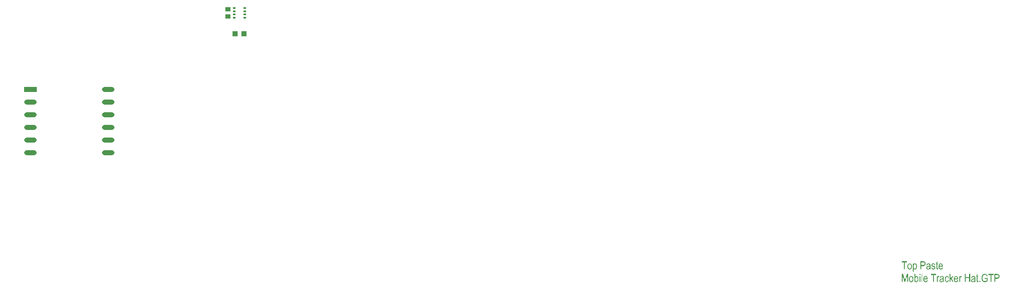
<source format=gtp>
G04*
G04 #@! TF.GenerationSoftware,Altium Limited,Altium Designer,21.5.0 (25)*
G04*
G04 Layer_Color=8421504*
%FSLAX25Y25*%
%MOIN*%
G70*
G04*
G04 #@! TF.SameCoordinates,B52814C9-DCD9-4C92-8852-15DF41944D51*
G04*
G04*
G04 #@! TF.FilePolarity,Positive*
G04*
G01*
G75*
%ADD17R,0.04134X0.03740*%
%ADD18R,0.03937X0.03937*%
%ADD19R,0.01968X0.01378*%
%ADD20O,0.09843X0.03937*%
%ADD21R,0.09843X0.03937*%
G36*
X810149Y-2239D02*
X810186Y-2244D01*
X810233Y-2248D01*
X810283Y-2258D01*
X810339Y-2267D01*
X810464Y-2299D01*
X810528Y-2318D01*
X810598Y-2346D01*
X810667Y-2378D01*
X810736Y-2410D01*
X810801Y-2452D01*
X810870Y-2498D01*
X810875Y-2503D01*
X810884Y-2512D01*
X810907Y-2526D01*
X810930Y-2549D01*
X810962Y-2577D01*
X810995Y-2609D01*
X811036Y-2651D01*
X811078Y-2697D01*
X811124Y-2747D01*
X811170Y-2808D01*
X811217Y-2872D01*
X811267Y-2946D01*
X811314Y-3025D01*
X811360Y-3108D01*
X811406Y-3200D01*
X811448Y-3297D01*
X811452Y-3302D01*
X811457Y-3320D01*
X811466Y-3353D01*
X811480Y-3394D01*
X811498Y-3445D01*
X811517Y-3505D01*
X811535Y-3579D01*
X811558Y-3658D01*
X811577Y-3750D01*
X811595Y-3847D01*
X811614Y-3953D01*
X811632Y-4069D01*
X811646Y-4189D01*
X811656Y-4314D01*
X811665Y-4448D01*
Y-4586D01*
Y-4591D01*
Y-4600D01*
Y-4614D01*
Y-4637D01*
Y-4665D01*
X811660Y-4697D01*
Y-4734D01*
X811656Y-4780D01*
X811651Y-4877D01*
X811637Y-4988D01*
X811623Y-5113D01*
X811605Y-5247D01*
X811577Y-5390D01*
X811545Y-5538D01*
X811508Y-5686D01*
X811457Y-5838D01*
X811401Y-5986D01*
X811337Y-6125D01*
X811263Y-6259D01*
X811175Y-6383D01*
X811170Y-6388D01*
X811152Y-6411D01*
X811124Y-6443D01*
X811087Y-6481D01*
X811041Y-6531D01*
X810986Y-6582D01*
X810921Y-6638D01*
X810847Y-6698D01*
X810768Y-6758D01*
X810681Y-6813D01*
X810584Y-6864D01*
X810487Y-6915D01*
X810380Y-6952D01*
X810265Y-6984D01*
X810149Y-7002D01*
X810029Y-7012D01*
X810001D01*
X809978Y-7007D01*
X809955D01*
X809923Y-7002D01*
X809849Y-6993D01*
X809766Y-6975D01*
X809674Y-6947D01*
X809577Y-6915D01*
X809479Y-6864D01*
X809475D01*
X809470Y-6855D01*
X809456Y-6850D01*
X809438Y-6836D01*
X809392Y-6799D01*
X809332Y-6753D01*
X809262Y-6693D01*
X809193Y-6619D01*
X809119Y-6536D01*
X809045Y-6439D01*
Y-8657D01*
X808412D01*
Y-2336D01*
X808999D01*
Y-2932D01*
X809004Y-2928D01*
X809008Y-2914D01*
X809022Y-2895D01*
X809036Y-2872D01*
X809054Y-2840D01*
X809082Y-2808D01*
X809138Y-2729D01*
X809207Y-2641D01*
X809285Y-2554D01*
X809378Y-2470D01*
X809424Y-2433D01*
X809470Y-2401D01*
X809475D01*
X809484Y-2392D01*
X809498Y-2387D01*
X809516Y-2373D01*
X809544Y-2364D01*
X809572Y-2350D01*
X809646Y-2318D01*
X809733Y-2286D01*
X809835Y-2262D01*
X809951Y-2244D01*
X810075Y-2235D01*
X810117D01*
X810149Y-2239D01*
D02*
G37*
G36*
X824652D02*
X824693Y-2244D01*
X824744Y-2248D01*
X824795Y-2253D01*
X824910Y-2272D01*
X825035Y-2299D01*
X825160Y-2336D01*
X825280Y-2387D01*
X825284D01*
X825294Y-2392D01*
X825312Y-2401D01*
X825331Y-2415D01*
X825358Y-2429D01*
X825391Y-2447D01*
X825460Y-2493D01*
X825539Y-2554D01*
X825617Y-2623D01*
X825696Y-2701D01*
X825765Y-2794D01*
Y-2798D01*
X825774Y-2808D01*
X825783Y-2821D01*
X825793Y-2840D01*
X825807Y-2868D01*
X825820Y-2900D01*
X825839Y-2937D01*
X825857Y-2978D01*
X825876Y-3029D01*
X825899Y-3080D01*
X825917Y-3140D01*
X825936Y-3205D01*
X825954Y-3279D01*
X825973Y-3353D01*
X825987Y-3431D01*
X826001Y-3519D01*
X825381Y-3621D01*
Y-3611D01*
X825377Y-3588D01*
X825368Y-3551D01*
X825358Y-3505D01*
X825340Y-3445D01*
X825317Y-3385D01*
X825284Y-3316D01*
X825247Y-3246D01*
X825201Y-3177D01*
X825141Y-3108D01*
X825077Y-3048D01*
X824998Y-2988D01*
X824910Y-2942D01*
X824809Y-2905D01*
X824693Y-2881D01*
X824564Y-2872D01*
X824522D01*
X824494Y-2877D01*
X824462D01*
X824421Y-2881D01*
X824333Y-2891D01*
X824231Y-2914D01*
X824129Y-2942D01*
X824028Y-2983D01*
X823986Y-3011D01*
X823945Y-3039D01*
X823935Y-3048D01*
X823912Y-3066D01*
X823880Y-3103D01*
X823848Y-3154D01*
X823811Y-3214D01*
X823778Y-3288D01*
X823755Y-3371D01*
X823751Y-3417D01*
X823746Y-3464D01*
Y-3468D01*
Y-3473D01*
Y-3487D01*
X823751Y-3505D01*
X823755Y-3551D01*
X823769Y-3607D01*
X823792Y-3672D01*
X823829Y-3736D01*
X823875Y-3801D01*
X823940Y-3861D01*
X823945Y-3866D01*
X823954Y-3870D01*
X823968Y-3879D01*
X823986Y-3889D01*
X824009Y-3898D01*
X824037Y-3912D01*
X824069Y-3926D01*
X824111Y-3944D01*
X824162Y-3967D01*
X824217Y-3990D01*
X824282Y-4013D01*
X824356Y-4041D01*
X824439Y-4069D01*
X824531Y-4101D01*
X824633Y-4134D01*
X824638D01*
X824642Y-4138D01*
X824665Y-4143D01*
X824707Y-4157D01*
X824762Y-4175D01*
X824823Y-4194D01*
X824896Y-4221D01*
X824975Y-4249D01*
X825058Y-4277D01*
X825229Y-4341D01*
X825317Y-4374D01*
X825395Y-4406D01*
X825474Y-4438D01*
X825543Y-4471D01*
X825603Y-4503D01*
X825654Y-4531D01*
X825659D01*
X825663Y-4535D01*
X825691Y-4559D01*
X825733Y-4591D01*
X825788Y-4637D01*
X825844Y-4697D01*
X825904Y-4766D01*
X825964Y-4845D01*
X826014Y-4937D01*
Y-4942D01*
X826019Y-4947D01*
X826028Y-4965D01*
X826033Y-4984D01*
X826047Y-5007D01*
X826056Y-5034D01*
X826079Y-5108D01*
X826102Y-5196D01*
X826125Y-5302D01*
X826139Y-5418D01*
X826144Y-5547D01*
Y-5556D01*
Y-5575D01*
X826139Y-5612D01*
Y-5658D01*
X826130Y-5714D01*
X826121Y-5778D01*
X826107Y-5847D01*
X826093Y-5926D01*
X826070Y-6009D01*
X826042Y-6097D01*
X826010Y-6185D01*
X825968Y-6273D01*
X825922Y-6360D01*
X825867Y-6448D01*
X825802Y-6531D01*
X825728Y-6610D01*
X825723Y-6614D01*
X825710Y-6628D01*
X825686Y-6647D01*
X825654Y-6674D01*
X825608Y-6702D01*
X825557Y-6735D01*
X825497Y-6771D01*
X825432Y-6808D01*
X825354Y-6850D01*
X825266Y-6882D01*
X825174Y-6919D01*
X825072Y-6947D01*
X824966Y-6975D01*
X824846Y-6993D01*
X824725Y-7007D01*
X824592Y-7012D01*
X824559D01*
X824531Y-7007D01*
X824504D01*
X824467Y-7002D01*
X824425Y-6998D01*
X824379Y-6989D01*
X824273Y-6966D01*
X824153Y-6933D01*
X824023Y-6887D01*
X823889Y-6827D01*
X823820Y-6790D01*
X823755Y-6748D01*
X823686Y-6702D01*
X823617Y-6651D01*
X823552Y-6596D01*
X823487Y-6531D01*
X823423Y-6467D01*
X823363Y-6388D01*
X823307Y-6310D01*
X823252Y-6222D01*
X823205Y-6125D01*
X823159Y-6023D01*
X823118Y-5917D01*
X823081Y-5797D01*
X823053Y-5672D01*
X823030Y-5538D01*
X823663Y-5418D01*
Y-5423D01*
X823668Y-5441D01*
Y-5464D01*
X823677Y-5496D01*
X823681Y-5538D01*
X823695Y-5584D01*
X823704Y-5635D01*
X823723Y-5690D01*
X823760Y-5806D01*
X823815Y-5926D01*
X823880Y-6042D01*
X823922Y-6092D01*
X823963Y-6139D01*
X823968Y-6143D01*
X823977Y-6148D01*
X823991Y-6162D01*
X824009Y-6176D01*
X824032Y-6194D01*
X824065Y-6213D01*
X824102Y-6236D01*
X824139Y-6254D01*
X824185Y-6277D01*
X824236Y-6300D01*
X824291Y-6319D01*
X824351Y-6337D01*
X824481Y-6365D01*
X824555Y-6370D01*
X824628Y-6374D01*
X824670D01*
X824698Y-6370D01*
X824730D01*
X824772Y-6365D01*
X824864Y-6346D01*
X824966Y-6323D01*
X825072Y-6286D01*
X825174Y-6236D01*
X825220Y-6208D01*
X825266Y-6171D01*
X825271Y-6166D01*
X825275Y-6162D01*
X825303Y-6134D01*
X825340Y-6088D01*
X825381Y-6028D01*
X825423Y-5954D01*
X825455Y-5866D01*
X825483Y-5764D01*
X825488Y-5709D01*
X825492Y-5654D01*
Y-5649D01*
Y-5640D01*
Y-5626D01*
X825488Y-5607D01*
X825483Y-5561D01*
X825469Y-5496D01*
X825446Y-5432D01*
X825409Y-5362D01*
X825363Y-5293D01*
X825298Y-5233D01*
X825294Y-5229D01*
X825271Y-5215D01*
X825252Y-5205D01*
X825229Y-5192D01*
X825201Y-5178D01*
X825169Y-5159D01*
X825127Y-5141D01*
X825081Y-5122D01*
X825030Y-5104D01*
X824970Y-5081D01*
X824901Y-5053D01*
X824827Y-5030D01*
X824744Y-5002D01*
X824652Y-4974D01*
X824642Y-4970D01*
X824619Y-4965D01*
X824582Y-4951D01*
X824531Y-4937D01*
X824471Y-4919D01*
X824407Y-4896D01*
X824328Y-4868D01*
X824250Y-4840D01*
X824083Y-4780D01*
X823922Y-4716D01*
X823843Y-4683D01*
X823774Y-4651D01*
X823714Y-4623D01*
X823658Y-4591D01*
X823654D01*
X823649Y-4582D01*
X823635Y-4572D01*
X823617Y-4563D01*
X823570Y-4526D01*
X823515Y-4475D01*
X823455Y-4415D01*
X823390Y-4341D01*
X823326Y-4258D01*
X823270Y-4161D01*
Y-4157D01*
X823265Y-4147D01*
X823256Y-4134D01*
X823252Y-4115D01*
X823238Y-4087D01*
X823229Y-4060D01*
X823205Y-3986D01*
X823178Y-3893D01*
X823159Y-3792D01*
X823141Y-3681D01*
X823136Y-3556D01*
Y-3551D01*
Y-3528D01*
X823141Y-3501D01*
Y-3459D01*
X823150Y-3408D01*
X823155Y-3353D01*
X823168Y-3288D01*
X823182Y-3219D01*
X823201Y-3145D01*
X823229Y-3066D01*
X823256Y-2988D01*
X823293Y-2905D01*
X823335Y-2826D01*
X823386Y-2752D01*
X823446Y-2674D01*
X823510Y-2604D01*
X823515Y-2600D01*
X823529Y-2590D01*
X823547Y-2572D01*
X823580Y-2544D01*
X823617Y-2517D01*
X823663Y-2489D01*
X823718Y-2452D01*
X823778Y-2420D01*
X823852Y-2387D01*
X823926Y-2350D01*
X824014Y-2323D01*
X824106Y-2290D01*
X824203Y-2267D01*
X824310Y-2248D01*
X824425Y-2239D01*
X824545Y-2235D01*
X824615D01*
X824652Y-2239D01*
D02*
G37*
G36*
X820946D02*
X820997D01*
X821052Y-2244D01*
X821117Y-2253D01*
X821187Y-2262D01*
X821334Y-2290D01*
X821487Y-2327D01*
X821639Y-2382D01*
X821709Y-2420D01*
X821773Y-2456D01*
X821778Y-2461D01*
X821787Y-2466D01*
X821806Y-2480D01*
X821829Y-2498D01*
X821884Y-2544D01*
X821953Y-2609D01*
X822027Y-2688D01*
X822097Y-2780D01*
X822157Y-2886D01*
X822180Y-2946D01*
X822198Y-3006D01*
Y-3011D01*
X822203Y-3020D01*
X822208Y-3039D01*
X822212Y-3066D01*
X822221Y-3103D01*
X822226Y-3145D01*
X822235Y-3191D01*
X822244Y-3246D01*
X822254Y-3311D01*
X822263Y-3385D01*
X822268Y-3464D01*
X822277Y-3547D01*
X822281Y-3639D01*
X822286Y-3741D01*
X822291Y-3847D01*
Y-3963D01*
Y-4993D01*
Y-4997D01*
Y-5007D01*
Y-5021D01*
Y-5039D01*
Y-5067D01*
Y-5094D01*
Y-5168D01*
Y-5252D01*
Y-5353D01*
X822295Y-5459D01*
Y-5570D01*
X822300Y-5806D01*
X822305Y-5917D01*
Y-6028D01*
X822309Y-6129D01*
X822314Y-6222D01*
X822323Y-6300D01*
Y-6333D01*
X822328Y-6360D01*
Y-6365D01*
Y-6374D01*
X822332Y-6388D01*
X822337Y-6407D01*
X822342Y-6434D01*
X822346Y-6462D01*
X822365Y-6536D01*
X822388Y-6619D01*
X822415Y-6707D01*
X822452Y-6808D01*
X822494Y-6905D01*
X821833D01*
Y-6901D01*
X821829Y-6896D01*
X821824Y-6882D01*
X821815Y-6864D01*
X821810Y-6841D01*
X821796Y-6813D01*
X821778Y-6748D01*
X821755Y-6665D01*
X821732Y-6573D01*
X821713Y-6467D01*
X821699Y-6346D01*
X821695Y-6351D01*
X821686Y-6360D01*
X821667Y-6379D01*
X821644Y-6402D01*
X821616Y-6430D01*
X821579Y-6462D01*
X821542Y-6494D01*
X821496Y-6531D01*
X821399Y-6614D01*
X821284Y-6698D01*
X821163Y-6776D01*
X821034Y-6845D01*
X821029D01*
X821020Y-6855D01*
X821002Y-6859D01*
X820974Y-6873D01*
X820942Y-6882D01*
X820905Y-6896D01*
X820863Y-6915D01*
X820817Y-6929D01*
X820706Y-6961D01*
X820586Y-6984D01*
X820457Y-7002D01*
X820318Y-7012D01*
X820290D01*
X820263Y-7007D01*
X820221D01*
X820170Y-7002D01*
X820115Y-6993D01*
X820050Y-6984D01*
X819981Y-6966D01*
X819907Y-6947D01*
X819833Y-6924D01*
X819754Y-6896D01*
X819676Y-6864D01*
X819602Y-6822D01*
X819523Y-6776D01*
X819454Y-6721D01*
X819385Y-6661D01*
X819380Y-6656D01*
X819371Y-6642D01*
X819352Y-6624D01*
X819329Y-6596D01*
X819306Y-6559D01*
X819274Y-6517D01*
X819246Y-6467D01*
X819214Y-6411D01*
X819181Y-6346D01*
X819149Y-6273D01*
X819117Y-6194D01*
X819094Y-6111D01*
X819071Y-6019D01*
X819052Y-5922D01*
X819043Y-5820D01*
X819038Y-5709D01*
Y-5704D01*
Y-5690D01*
Y-5672D01*
X819043Y-5640D01*
Y-5607D01*
X819048Y-5566D01*
X819052Y-5520D01*
X819057Y-5473D01*
X819080Y-5362D01*
X819108Y-5247D01*
X819145Y-5122D01*
X819200Y-5007D01*
Y-5002D01*
X819209Y-4993D01*
X819218Y-4979D01*
X819228Y-4956D01*
X819265Y-4900D01*
X819315Y-4831D01*
X819380Y-4757D01*
X819454Y-4679D01*
X819542Y-4600D01*
X819643Y-4531D01*
X819648D01*
X819657Y-4522D01*
X819676Y-4512D01*
X819699Y-4503D01*
X819727Y-4489D01*
X819764Y-4471D01*
X819810Y-4452D01*
X819861Y-4434D01*
X819916Y-4411D01*
X819981Y-4392D01*
X820050Y-4369D01*
X820129Y-4346D01*
X820212Y-4328D01*
X820304Y-4309D01*
X820401Y-4291D01*
X820507Y-4272D01*
X820517D01*
X820540Y-4267D01*
X820581Y-4263D01*
X820637Y-4254D01*
X820697Y-4240D01*
X820771Y-4231D01*
X820854Y-4212D01*
X820942Y-4198D01*
X821126Y-4157D01*
X821316Y-4110D01*
X821408Y-4087D01*
X821496Y-4060D01*
X821575Y-4032D01*
X821649Y-4004D01*
X821653Y-3810D01*
Y-3805D01*
Y-3792D01*
Y-3764D01*
X821649Y-3732D01*
Y-3695D01*
X821644Y-3653D01*
X821630Y-3551D01*
X821612Y-3441D01*
X821579Y-3334D01*
X821538Y-3233D01*
X821515Y-3186D01*
X821482Y-3149D01*
X821478Y-3145D01*
X821473Y-3136D01*
X821459Y-3122D01*
X821436Y-3108D01*
X821413Y-3085D01*
X821381Y-3062D01*
X821344Y-3039D01*
X821302Y-3011D01*
X821256Y-2983D01*
X821200Y-2960D01*
X821140Y-2937D01*
X821076Y-2914D01*
X821002Y-2900D01*
X820928Y-2886D01*
X820840Y-2877D01*
X820752Y-2872D01*
X820711D01*
X820678Y-2877D01*
X820641D01*
X820600Y-2881D01*
X820503Y-2895D01*
X820397Y-2918D01*
X820286Y-2951D01*
X820179Y-2997D01*
X820133Y-3025D01*
X820087Y-3057D01*
X820082D01*
X820078Y-3066D01*
X820068Y-3076D01*
X820050Y-3094D01*
X820032Y-3117D01*
X820013Y-3140D01*
X819990Y-3173D01*
X819967Y-3214D01*
X819939Y-3256D01*
X819916Y-3306D01*
X819888Y-3362D01*
X819861Y-3427D01*
X819837Y-3496D01*
X819810Y-3570D01*
X819787Y-3653D01*
X819768Y-3745D01*
X819145Y-3644D01*
Y-3635D01*
X819149Y-3611D01*
X819158Y-3574D01*
X819172Y-3524D01*
X819186Y-3464D01*
X819209Y-3394D01*
X819232Y-3316D01*
X819260Y-3233D01*
X819292Y-3149D01*
X819334Y-3057D01*
X819376Y-2969D01*
X819426Y-2881D01*
X819482Y-2794D01*
X819542Y-2715D01*
X819606Y-2641D01*
X819680Y-2572D01*
X819685Y-2567D01*
X819699Y-2558D01*
X819722Y-2540D01*
X819759Y-2521D01*
X819800Y-2493D01*
X819851Y-2466D01*
X819911Y-2433D01*
X819981Y-2401D01*
X820059Y-2373D01*
X820147Y-2341D01*
X820244Y-2313D01*
X820346Y-2286D01*
X820461Y-2267D01*
X820581Y-2248D01*
X820711Y-2239D01*
X820849Y-2235D01*
X820905D01*
X820946Y-2239D01*
D02*
G37*
G36*
X816640Y-599D02*
X816705D01*
X816779Y-604D01*
X816853Y-609D01*
X817019Y-627D01*
X817190Y-645D01*
X817269Y-659D01*
X817347Y-678D01*
X817421Y-696D01*
X817486Y-719D01*
X817490D01*
X817504Y-729D01*
X817527Y-738D01*
X817560Y-752D01*
X817597Y-770D01*
X817643Y-793D01*
X817689Y-821D01*
X817745Y-853D01*
X817800Y-895D01*
X817860Y-936D01*
X817916Y-987D01*
X817976Y-1043D01*
X818036Y-1103D01*
X818096Y-1172D01*
X818151Y-1246D01*
X818202Y-1324D01*
X818207Y-1329D01*
X818216Y-1343D01*
X818225Y-1371D01*
X818244Y-1403D01*
X818262Y-1445D01*
X818285Y-1500D01*
X818313Y-1560D01*
X818336Y-1625D01*
X818359Y-1703D01*
X818387Y-1787D01*
X818410Y-1874D01*
X818428Y-1971D01*
X818447Y-2073D01*
X818461Y-2179D01*
X818465Y-2290D01*
X818470Y-2410D01*
Y-2415D01*
Y-2420D01*
Y-2447D01*
X818465Y-2493D01*
Y-2554D01*
X818456Y-2623D01*
X818447Y-2710D01*
X818433Y-2803D01*
X818414Y-2905D01*
X818391Y-3011D01*
X818364Y-3126D01*
X818327Y-3242D01*
X818285Y-3357D01*
X818234Y-3473D01*
X818174Y-3588D01*
X818110Y-3695D01*
X818031Y-3801D01*
X818026Y-3805D01*
X818013Y-3824D01*
X817985Y-3852D01*
X817948Y-3884D01*
X817897Y-3926D01*
X817837Y-3972D01*
X817763Y-4018D01*
X817680Y-4069D01*
X817583Y-4120D01*
X817472Y-4166D01*
X817352Y-4212D01*
X817213Y-4254D01*
X817066Y-4286D01*
X816899Y-4314D01*
X816724Y-4332D01*
X816530Y-4337D01*
X815208D01*
Y-6905D01*
X814524D01*
Y-595D01*
X816580D01*
X816640Y-599D01*
D02*
G37*
G36*
X803788Y-1338D02*
X802074D01*
Y-6905D01*
X801390D01*
Y-1338D01*
X799685D01*
Y-595D01*
X803788D01*
Y-1338D01*
D02*
G37*
G36*
X827664Y-2336D02*
X828306Y-2336D01*
Y-2937D01*
X827664Y-2937D01*
Y-5612D01*
Y-5616D01*
Y-5626D01*
Y-5649D01*
Y-5672D01*
Y-5700D01*
X827668Y-5732D01*
X827673Y-5811D01*
X827678Y-5889D01*
X827687Y-5968D01*
X827701Y-6037D01*
X827710Y-6065D01*
X827719Y-6088D01*
X827724Y-6092D01*
X827733Y-6111D01*
X827756Y-6134D01*
X827789Y-6162D01*
X827830Y-6194D01*
X827881Y-6217D01*
X827946Y-6236D01*
X828024Y-6240D01*
X828066D01*
X828098Y-6236D01*
X828140D01*
X828186Y-6226D01*
X828246Y-6222D01*
X828306Y-6213D01*
X828394Y-6896D01*
X828389D01*
X828380Y-6901D01*
X828366D01*
X828347Y-6905D01*
X828301Y-6919D01*
X828237Y-6929D01*
X828163Y-6943D01*
X828084Y-6956D01*
X828001Y-6961D01*
X827918Y-6966D01*
X827862D01*
X827835Y-6961D01*
X827802Y-6956D01*
X827728Y-6947D01*
X827641Y-6933D01*
X827553Y-6910D01*
X827465Y-6878D01*
X827382Y-6836D01*
X827373Y-6832D01*
X827350Y-6813D01*
X827313Y-6785D01*
X827271Y-6744D01*
X827225Y-6693D01*
X827179Y-6633D01*
X827137Y-6559D01*
X827105Y-6481D01*
Y-6476D01*
X827100Y-6471D01*
Y-6453D01*
X827096Y-6434D01*
X827086Y-6407D01*
X827082Y-6370D01*
X827077Y-6328D01*
X827068Y-6282D01*
X827063Y-6222D01*
X827054Y-6157D01*
X827049Y-6083D01*
X827045Y-6000D01*
X827040Y-5908D01*
X827035Y-5806D01*
X827031Y-5690D01*
Y-5570D01*
Y-2937D01*
X826564D01*
Y-2336D01*
X827031D01*
Y-1204D01*
X827664Y-738D01*
Y-2336D01*
D02*
G37*
G36*
X830510Y-2239D02*
X830560Y-2244D01*
X830625Y-2253D01*
X830694Y-2267D01*
X830778Y-2286D01*
X830865Y-2313D01*
X830958Y-2346D01*
X831055Y-2382D01*
X831157Y-2433D01*
X831258Y-2493D01*
X831360Y-2563D01*
X831461Y-2646D01*
X831558Y-2743D01*
X831651Y-2849D01*
X831655Y-2858D01*
X831674Y-2877D01*
X831697Y-2914D01*
X831725Y-2965D01*
X831762Y-3025D01*
X831803Y-3103D01*
X831849Y-3196D01*
X831896Y-3297D01*
X831937Y-3417D01*
X831983Y-3547D01*
X832025Y-3695D01*
X832062Y-3852D01*
X832090Y-4023D01*
X832117Y-4207D01*
X832131Y-4406D01*
X832136Y-4619D01*
Y-4822D01*
X829341D01*
Y-4831D01*
X829345Y-4854D01*
Y-4896D01*
X829350Y-4947D01*
X829359Y-5011D01*
X829368Y-5085D01*
X829382Y-5168D01*
X829401Y-5256D01*
X829443Y-5446D01*
X829470Y-5543D01*
X829502Y-5640D01*
X829544Y-5732D01*
X829586Y-5824D01*
X829636Y-5908D01*
X829692Y-5986D01*
X829697Y-5991D01*
X829706Y-6005D01*
X829724Y-6023D01*
X829747Y-6046D01*
X829780Y-6074D01*
X829817Y-6111D01*
X829858Y-6143D01*
X829909Y-6180D01*
X829965Y-6217D01*
X830020Y-6250D01*
X830085Y-6282D01*
X830154Y-6314D01*
X830228Y-6337D01*
X830302Y-6356D01*
X830385Y-6370D01*
X830468Y-6374D01*
X830500D01*
X830537Y-6370D01*
X830584Y-6360D01*
X830644Y-6346D01*
X830708Y-6323D01*
X830782Y-6296D01*
X830861Y-6259D01*
X830939Y-6208D01*
X831022Y-6143D01*
X831106Y-6069D01*
X831189Y-5977D01*
X831267Y-5871D01*
X831304Y-5811D01*
X831337Y-5746D01*
X831374Y-5677D01*
X831406Y-5603D01*
X831434Y-5520D01*
X831461Y-5436D01*
X832117Y-5533D01*
Y-5543D01*
X832108Y-5566D01*
X832099Y-5603D01*
X832085Y-5654D01*
X832067Y-5714D01*
X832043Y-5787D01*
X832016Y-5861D01*
X831979Y-5949D01*
X831942Y-6037D01*
X831900Y-6125D01*
X831849Y-6217D01*
X831794Y-6310D01*
X831734Y-6402D01*
X831669Y-6485D01*
X831600Y-6568D01*
X831522Y-6642D01*
X831517Y-6647D01*
X831503Y-6656D01*
X831480Y-6674D01*
X831448Y-6698D01*
X831406Y-6730D01*
X831355Y-6758D01*
X831295Y-6795D01*
X831230Y-6827D01*
X831157Y-6859D01*
X831078Y-6896D01*
X830990Y-6924D01*
X830898Y-6952D01*
X830796Y-6979D01*
X830690Y-6998D01*
X830579Y-7007D01*
X830464Y-7012D01*
X830427D01*
X830385Y-7007D01*
X830330Y-7002D01*
X830265Y-6993D01*
X830186Y-6979D01*
X830099Y-6961D01*
X830006Y-6938D01*
X829904Y-6905D01*
X829798Y-6864D01*
X829692Y-6818D01*
X829586Y-6758D01*
X829479Y-6688D01*
X829373Y-6610D01*
X829272Y-6517D01*
X829175Y-6411D01*
X829170Y-6402D01*
X829151Y-6383D01*
X829128Y-6346D01*
X829096Y-6300D01*
X829059Y-6236D01*
X829017Y-6157D01*
X828976Y-6069D01*
X828930Y-5968D01*
X828883Y-5847D01*
X828842Y-5718D01*
X828800Y-5575D01*
X828763Y-5418D01*
X828731Y-5252D01*
X828708Y-5067D01*
X828689Y-4873D01*
X828685Y-4665D01*
Y-4660D01*
Y-4651D01*
Y-4637D01*
Y-4614D01*
Y-4586D01*
X828689Y-4549D01*
Y-4512D01*
X828694Y-4471D01*
X828699Y-4369D01*
X828712Y-4258D01*
X828726Y-4134D01*
X828745Y-3995D01*
X828773Y-3852D01*
X828805Y-3704D01*
X828846Y-3551D01*
X828893Y-3404D01*
X828948Y-3256D01*
X829017Y-3117D01*
X829091Y-2983D01*
X829179Y-2858D01*
X829184Y-2849D01*
X829202Y-2831D01*
X829230Y-2803D01*
X829267Y-2761D01*
X829318Y-2715D01*
X829378Y-2660D01*
X829447Y-2604D01*
X829526Y-2544D01*
X829609Y-2489D01*
X829706Y-2433D01*
X829812Y-2378D01*
X829923Y-2332D01*
X830043Y-2290D01*
X830168Y-2262D01*
X830302Y-2239D01*
X830440Y-2235D01*
X830473D01*
X830510Y-2239D01*
D02*
G37*
G36*
X805978Y-2239D02*
X806028Y-2244D01*
X806093Y-2253D01*
X806167Y-2267D01*
X806250Y-2286D01*
X806343Y-2309D01*
X806439Y-2341D01*
X806536Y-2382D01*
X806643Y-2433D01*
X806749Y-2489D01*
X806855Y-2558D01*
X806957Y-2641D01*
X807059Y-2734D01*
X807156Y-2840D01*
X807160Y-2844D01*
X807179Y-2868D01*
X807202Y-2905D01*
X807234Y-2951D01*
X807271Y-3015D01*
X807317Y-3089D01*
X807359Y-3177D01*
X807410Y-3283D01*
X807456Y-3399D01*
X807502Y-3528D01*
X807544Y-3672D01*
X807581Y-3824D01*
X807613Y-3995D01*
X807636Y-4175D01*
X807654Y-4369D01*
X807659Y-4577D01*
Y-4582D01*
Y-4591D01*
Y-4609D01*
Y-4632D01*
Y-4660D01*
X807654Y-4693D01*
Y-4734D01*
X807650Y-4780D01*
X807645Y-4882D01*
X807631Y-4997D01*
X807618Y-5127D01*
X807599Y-5270D01*
X807571Y-5418D01*
X807539Y-5566D01*
X807498Y-5718D01*
X807447Y-5871D01*
X807391Y-6019D01*
X807327Y-6162D01*
X807248Y-6291D01*
X807160Y-6411D01*
X807156Y-6416D01*
X807137Y-6439D01*
X807109Y-6467D01*
X807072Y-6504D01*
X807022Y-6550D01*
X806962Y-6601D01*
X806897Y-6656D01*
X806818Y-6712D01*
X806730Y-6767D01*
X806638Y-6822D01*
X806532Y-6873D01*
X806421Y-6919D01*
X806301Y-6956D01*
X806176Y-6984D01*
X806042Y-7007D01*
X805904Y-7012D01*
X805871D01*
X805830Y-7007D01*
X805779Y-7002D01*
X805714Y-6993D01*
X805640Y-6979D01*
X805557Y-6961D01*
X805465Y-6938D01*
X805368Y-6905D01*
X805266Y-6864D01*
X805160Y-6818D01*
X805058Y-6758D01*
X804952Y-6688D01*
X804846Y-6610D01*
X804744Y-6517D01*
X804647Y-6411D01*
X804642Y-6402D01*
X804624Y-6383D01*
X804601Y-6346D01*
X804568Y-6296D01*
X804531Y-6236D01*
X804490Y-6157D01*
X804444Y-6065D01*
X804397Y-5958D01*
X804351Y-5843D01*
X804305Y-5709D01*
X804263Y-5561D01*
X804226Y-5399D01*
X804194Y-5229D01*
X804171Y-5039D01*
X804153Y-4840D01*
X804148Y-4623D01*
Y-4619D01*
Y-4609D01*
Y-4595D01*
Y-4572D01*
Y-4545D01*
X804153Y-4508D01*
Y-4471D01*
X804157Y-4429D01*
X804162Y-4332D01*
X804176Y-4217D01*
X804189Y-4092D01*
X804208Y-3958D01*
X804236Y-3815D01*
X804268Y-3667D01*
X804310Y-3519D01*
X804356Y-3371D01*
X804411Y-3228D01*
X804481Y-3089D01*
X804554Y-2960D01*
X804642Y-2840D01*
X804647Y-2831D01*
X804665Y-2812D01*
X804693Y-2785D01*
X804730Y-2743D01*
X804781Y-2701D01*
X804841Y-2651D01*
X804910Y-2595D01*
X804989Y-2535D01*
X805072Y-2480D01*
X805169Y-2424D01*
X805275Y-2373D01*
X805386Y-2327D01*
X805506Y-2290D01*
X805631Y-2262D01*
X805765Y-2239D01*
X805904Y-2235D01*
X805936D01*
X805978Y-2239D01*
D02*
G37*
G36*
X814312Y-11486D02*
X813679D01*
Y-10595D01*
X814312D01*
Y-11486D01*
D02*
G37*
G36*
X865312Y-10488D02*
X865358D01*
X865418Y-10493D01*
X865483Y-10502D01*
X865552Y-10511D01*
X865626Y-10521D01*
X865709Y-10535D01*
X865876Y-10571D01*
X866042Y-10627D01*
X866125Y-10659D01*
X866208Y-10696D01*
X866213Y-10701D01*
X866227Y-10706D01*
X866250Y-10719D01*
X866278Y-10733D01*
X866315Y-10756D01*
X866356Y-10784D01*
X866403Y-10816D01*
X866458Y-10849D01*
X866569Y-10937D01*
X866684Y-11038D01*
X866800Y-11158D01*
X866911Y-11297D01*
X866915Y-11301D01*
X866924Y-11315D01*
X866938Y-11338D01*
X866957Y-11366D01*
X866980Y-11408D01*
X867008Y-11454D01*
X867035Y-11509D01*
X867068Y-11574D01*
X867100Y-11643D01*
X867132Y-11722D01*
X867169Y-11810D01*
X867202Y-11907D01*
X867239Y-12008D01*
X867271Y-12115D01*
X867299Y-12230D01*
X867327Y-12355D01*
X866712Y-12563D01*
Y-12558D01*
X866707Y-12540D01*
X866698Y-12512D01*
X866689Y-12475D01*
X866680Y-12433D01*
X866661Y-12382D01*
X866647Y-12323D01*
X866624Y-12262D01*
X866583Y-12133D01*
X866527Y-12004D01*
X866467Y-11879D01*
X866435Y-11819D01*
X866398Y-11768D01*
Y-11763D01*
X866389Y-11754D01*
X866379Y-11740D01*
X866366Y-11727D01*
X866319Y-11676D01*
X866264Y-11616D01*
X866190Y-11551D01*
X866107Y-11482D01*
X866005Y-11412D01*
X865894Y-11352D01*
X865890D01*
X865880Y-11348D01*
X865862Y-11338D01*
X865839Y-11329D01*
X865811Y-11315D01*
X865774Y-11306D01*
X865737Y-11292D01*
X865691Y-11274D01*
X865589Y-11246D01*
X865469Y-11223D01*
X865340Y-11204D01*
X865201Y-11200D01*
X865146D01*
X865109Y-11204D01*
X865058Y-11209D01*
X865003Y-11214D01*
X864938Y-11223D01*
X864869Y-11232D01*
X864795Y-11251D01*
X864716Y-11269D01*
X864638Y-11288D01*
X864555Y-11315D01*
X864471Y-11348D01*
X864388Y-11385D01*
X864310Y-11426D01*
X864231Y-11477D01*
X864226Y-11482D01*
X864213Y-11491D01*
X864194Y-11505D01*
X864162Y-11528D01*
X864129Y-11556D01*
X864088Y-11592D01*
X864046Y-11634D01*
X863995Y-11685D01*
X863945Y-11740D01*
X863894Y-11805D01*
X863838Y-11874D01*
X863783Y-11948D01*
X863727Y-12036D01*
X863677Y-12124D01*
X863626Y-12221D01*
X863575Y-12327D01*
X863570Y-12332D01*
X863566Y-12355D01*
X863552Y-12387D01*
X863538Y-12429D01*
X863520Y-12484D01*
X863496Y-12553D01*
X863473Y-12632D01*
X863455Y-12720D01*
X863432Y-12817D01*
X863409Y-12923D01*
X863386Y-13039D01*
X863367Y-13163D01*
X863353Y-13293D01*
X863339Y-13436D01*
X863335Y-13579D01*
X863330Y-13732D01*
Y-13736D01*
Y-13745D01*
Y-13764D01*
Y-13787D01*
Y-13815D01*
X863335Y-13852D01*
Y-13893D01*
X863339Y-13939D01*
X863344Y-13990D01*
X863349Y-14046D01*
X863358Y-14166D01*
X863376Y-14300D01*
X863395Y-14443D01*
X863423Y-14595D01*
X863459Y-14753D01*
X863501Y-14910D01*
X863552Y-15067D01*
X863612Y-15219D01*
X863681Y-15367D01*
X863764Y-15506D01*
X863857Y-15630D01*
X863861Y-15635D01*
X863880Y-15658D01*
X863912Y-15690D01*
X863954Y-15727D01*
X864005Y-15778D01*
X864069Y-15829D01*
X864143Y-15885D01*
X864226Y-15945D01*
X864324Y-16005D01*
X864425Y-16060D01*
X864541Y-16111D01*
X864661Y-16162D01*
X864795Y-16199D01*
X864933Y-16231D01*
X865081Y-16250D01*
X865234Y-16259D01*
X865275D01*
X865303Y-16254D01*
X865340D01*
X865386Y-16250D01*
X865432Y-16245D01*
X865488Y-16236D01*
X865548Y-16226D01*
X865612Y-16213D01*
X865756Y-16180D01*
X865903Y-16134D01*
X866061Y-16069D01*
X866065Y-16065D01*
X866079Y-16060D01*
X866102Y-16051D01*
X866130Y-16032D01*
X866167Y-16014D01*
X866208Y-15995D01*
X866255Y-15968D01*
X866305Y-15940D01*
X866412Y-15871D01*
X866527Y-15792D01*
X866638Y-15704D01*
X866740Y-15607D01*
Y-14429D01*
X865220D01*
Y-13685D01*
X867410Y-13681D01*
Y-16028D01*
X867405Y-16032D01*
X867387Y-16051D01*
X867359Y-16074D01*
X867322Y-16106D01*
X867276Y-16148D01*
X867220Y-16194D01*
X867160Y-16250D01*
X867091Y-16305D01*
X867017Y-16360D01*
X866934Y-16425D01*
X866846Y-16485D01*
X866758Y-16545D01*
X866564Y-16665D01*
X866467Y-16716D01*
X866366Y-16767D01*
X866361Y-16771D01*
X866342Y-16776D01*
X866315Y-16790D01*
X866273Y-16804D01*
X866222Y-16822D01*
X866167Y-16845D01*
X866102Y-16869D01*
X866028Y-16887D01*
X865945Y-16910D01*
X865862Y-16933D01*
X865769Y-16956D01*
X865672Y-16975D01*
X865474Y-17003D01*
X865368Y-17007D01*
X865261Y-17012D01*
X865229D01*
X865187Y-17007D01*
X865132D01*
X865067Y-16998D01*
X864989Y-16993D01*
X864906Y-16979D01*
X864809Y-16966D01*
X864707Y-16942D01*
X864596Y-16919D01*
X864485Y-16887D01*
X864370Y-16850D01*
X864254Y-16808D01*
X864139Y-16758D01*
X864023Y-16698D01*
X863908Y-16633D01*
X863903Y-16628D01*
X863880Y-16614D01*
X863852Y-16591D01*
X863811Y-16564D01*
X863760Y-16522D01*
X863704Y-16476D01*
X863640Y-16416D01*
X863570Y-16351D01*
X863496Y-16277D01*
X863418Y-16199D01*
X863339Y-16106D01*
X863261Y-16009D01*
X863187Y-15898D01*
X863108Y-15783D01*
X863039Y-15663D01*
X862970Y-15529D01*
X862965Y-15519D01*
X862956Y-15496D01*
X862938Y-15455D01*
X862914Y-15399D01*
X862891Y-15330D01*
X862859Y-15242D01*
X862831Y-15145D01*
X862799Y-15034D01*
X862766Y-14914D01*
X862734Y-14780D01*
X862702Y-14637D01*
X862679Y-14485D01*
X862656Y-14323D01*
X862637Y-14147D01*
X862628Y-13967D01*
X862623Y-13782D01*
Y-13778D01*
Y-13769D01*
Y-13755D01*
Y-13736D01*
Y-13713D01*
X862628Y-13681D01*
Y-13648D01*
Y-13607D01*
X862632Y-13519D01*
X862642Y-13413D01*
X862651Y-13297D01*
X862665Y-13168D01*
X862683Y-13034D01*
X862706Y-12886D01*
X862734Y-12738D01*
X862771Y-12586D01*
X862808Y-12433D01*
X862854Y-12276D01*
X862910Y-12128D01*
X862970Y-11981D01*
X862974Y-11971D01*
X862984Y-11948D01*
X863007Y-11907D01*
X863035Y-11856D01*
X863067Y-11791D01*
X863108Y-11717D01*
X863159Y-11639D01*
X863215Y-11551D01*
X863275Y-11458D01*
X863344Y-11366D01*
X863418Y-11274D01*
X863501Y-11181D01*
X863589Y-11089D01*
X863681Y-11001D01*
X863778Y-10923D01*
X863880Y-10849D01*
X863885Y-10844D01*
X863908Y-10835D01*
X863935Y-10816D01*
X863982Y-10793D01*
X864032Y-10766D01*
X864097Y-10733D01*
X864176Y-10701D01*
X864259Y-10664D01*
X864351Y-10632D01*
X864453Y-10599D01*
X864564Y-10567D01*
X864679Y-10539D01*
X864804Y-10516D01*
X864938Y-10498D01*
X865072Y-10488D01*
X865215Y-10484D01*
X865271D01*
X865312Y-10488D01*
D02*
G37*
G36*
X846463Y-12239D02*
X846490Y-12244D01*
X846527Y-12248D01*
X846564Y-12253D01*
X846610Y-12267D01*
X846707Y-12295D01*
X846818Y-12341D01*
X846874Y-12369D01*
X846934Y-12401D01*
X846999Y-12438D01*
X847058Y-12484D01*
X846841Y-13205D01*
X846837D01*
X846832Y-13196D01*
X846818Y-13191D01*
X846800Y-13177D01*
X846754Y-13149D01*
X846694Y-13117D01*
X846624Y-13089D01*
X846546Y-13062D01*
X846463Y-13043D01*
X846379Y-13034D01*
X846347D01*
X846305Y-13043D01*
X846255Y-13052D01*
X846199Y-13071D01*
X846134Y-13094D01*
X846070Y-13131D01*
X846005Y-13177D01*
X845996Y-13182D01*
X845977Y-13205D01*
X845950Y-13237D01*
X845913Y-13279D01*
X845876Y-13339D01*
X845839Y-13404D01*
X845802Y-13482D01*
X845774Y-13575D01*
Y-13579D01*
X845770Y-13593D01*
X845765Y-13621D01*
X845756Y-13653D01*
X845746Y-13695D01*
X845737Y-13741D01*
X845723Y-13796D01*
X845714Y-13856D01*
X845705Y-13926D01*
X845691Y-13999D01*
X845682Y-14078D01*
X845673Y-14161D01*
X845659Y-14332D01*
X845654Y-14517D01*
Y-16905D01*
X845021D01*
Y-12336D01*
X845594D01*
Y-13034D01*
X845599Y-13029D01*
X845603Y-13011D01*
X845617Y-12988D01*
X845631Y-12955D01*
X845649Y-12918D01*
X845673Y-12872D01*
X845723Y-12771D01*
X845788Y-12664D01*
X845853Y-12558D01*
X845890Y-12507D01*
X845922Y-12466D01*
X845959Y-12424D01*
X845991Y-12392D01*
X846000Y-12387D01*
X846024Y-12369D01*
X846061Y-12341D01*
X846111Y-12313D01*
X846176Y-12286D01*
X846245Y-12258D01*
X846324Y-12239D01*
X846407Y-12235D01*
X846439D01*
X846463Y-12239D01*
D02*
G37*
G36*
X828782D02*
X828810Y-12244D01*
X828846Y-12248D01*
X828883Y-12253D01*
X828930Y-12267D01*
X829027Y-12295D01*
X829138Y-12341D01*
X829193Y-12369D01*
X829253Y-12401D01*
X829318Y-12438D01*
X829378Y-12484D01*
X829161Y-13205D01*
X829156D01*
X829151Y-13196D01*
X829138Y-13191D01*
X829119Y-13177D01*
X829073Y-13149D01*
X829013Y-13117D01*
X828944Y-13089D01*
X828865Y-13062D01*
X828782Y-13043D01*
X828699Y-13034D01*
X828666D01*
X828625Y-13043D01*
X828574Y-13052D01*
X828518Y-13071D01*
X828454Y-13094D01*
X828389Y-13131D01*
X828324Y-13177D01*
X828315Y-13182D01*
X828297Y-13205D01*
X828269Y-13237D01*
X828232Y-13279D01*
X828195Y-13339D01*
X828158Y-13404D01*
X828121Y-13482D01*
X828093Y-13575D01*
Y-13579D01*
X828089Y-13593D01*
X828084Y-13621D01*
X828075Y-13653D01*
X828066Y-13695D01*
X828057Y-13741D01*
X828043Y-13796D01*
X828033Y-13856D01*
X828024Y-13926D01*
X828010Y-13999D01*
X828001Y-14078D01*
X827992Y-14161D01*
X827978Y-14332D01*
X827973Y-14517D01*
Y-16905D01*
X827340D01*
Y-12336D01*
X827913D01*
Y-13034D01*
X827918Y-13029D01*
X827923Y-13011D01*
X827936Y-12988D01*
X827950Y-12955D01*
X827969Y-12919D01*
X827992Y-12872D01*
X828043Y-12771D01*
X828107Y-12664D01*
X828172Y-12558D01*
X828209Y-12507D01*
X828241Y-12466D01*
X828278Y-12424D01*
X828311Y-12392D01*
X828320Y-12387D01*
X828343Y-12369D01*
X828380Y-12341D01*
X828431Y-12313D01*
X828495Y-12286D01*
X828565Y-12258D01*
X828643Y-12239D01*
X828726Y-12235D01*
X828759D01*
X828782Y-12239D01*
D02*
G37*
G36*
X853577Y-16905D02*
X852894D01*
Y-13930D01*
X850205D01*
Y-16905D01*
X849521D01*
Y-10595D01*
X850205D01*
Y-13186D01*
X852894D01*
Y-10595D01*
X853577D01*
Y-16905D01*
D02*
G37*
G36*
X835384Y-12239D02*
X835435Y-12244D01*
X835490Y-12253D01*
X835555Y-12267D01*
X835629Y-12281D01*
X835703Y-12299D01*
X835781Y-12323D01*
X835864Y-12355D01*
X835947Y-12387D01*
X836031Y-12429D01*
X836109Y-12479D01*
X836188Y-12535D01*
X836266Y-12600D01*
X836271Y-12604D01*
X836285Y-12618D01*
X836303Y-12637D01*
X836331Y-12669D01*
X836363Y-12706D01*
X836400Y-12752D01*
X836437Y-12808D01*
X836479Y-12868D01*
X836525Y-12942D01*
X836567Y-13020D01*
X836608Y-13113D01*
X836650Y-13209D01*
X836691Y-13311D01*
X836724Y-13427D01*
X836756Y-13551D01*
X836779Y-13681D01*
X836165Y-13792D01*
Y-13787D01*
X836160Y-13773D01*
X836155Y-13750D01*
X836146Y-13718D01*
X836137Y-13676D01*
X836123Y-13634D01*
X836109Y-13588D01*
X836091Y-13533D01*
X836044Y-13422D01*
X835989Y-13307D01*
X835924Y-13200D01*
X835887Y-13149D01*
X835846Y-13103D01*
X835841Y-13099D01*
X835837Y-13094D01*
X835823Y-13080D01*
X835804Y-13066D01*
X835758Y-13029D01*
X835698Y-12988D01*
X835619Y-12946D01*
X835527Y-12909D01*
X835425Y-12881D01*
X835370Y-12877D01*
X835310Y-12872D01*
X835291D01*
X835264Y-12877D01*
X835231D01*
X835194Y-12886D01*
X835148Y-12895D01*
X835093Y-12909D01*
X835037Y-12923D01*
X834977Y-12946D01*
X834917Y-12974D01*
X834853Y-13006D01*
X834788Y-13048D01*
X834719Y-13094D01*
X834654Y-13149D01*
X834594Y-13214D01*
X834534Y-13288D01*
X834529Y-13293D01*
X834520Y-13307D01*
X834506Y-13334D01*
X834488Y-13367D01*
X834464Y-13413D01*
X834437Y-13468D01*
X834409Y-13533D01*
X834381Y-13607D01*
X834354Y-13695D01*
X834326Y-13792D01*
X834298Y-13903D01*
X834275Y-14023D01*
X834256Y-14152D01*
X834243Y-14291D01*
X834233Y-14443D01*
X834229Y-14609D01*
Y-14614D01*
Y-14619D01*
Y-14633D01*
Y-14651D01*
Y-14697D01*
X834233Y-14762D01*
X834238Y-14840D01*
X834243Y-14928D01*
X834252Y-15025D01*
X834266Y-15127D01*
X834280Y-15238D01*
X834298Y-15349D01*
X834326Y-15459D01*
X834354Y-15570D01*
X834386Y-15681D01*
X834423Y-15783D01*
X834469Y-15875D01*
X834520Y-15958D01*
X834525Y-15963D01*
X834534Y-15977D01*
X834552Y-15995D01*
X834575Y-16023D01*
X834603Y-16055D01*
X834640Y-16088D01*
X834677Y-16129D01*
X834728Y-16166D01*
X834779Y-16203D01*
X834834Y-16240D01*
X834899Y-16277D01*
X834963Y-16309D01*
X835037Y-16337D01*
X835111Y-16356D01*
X835194Y-16370D01*
X835277Y-16374D01*
X835314D01*
X835338Y-16370D01*
X835370Y-16365D01*
X835407Y-16360D01*
X835490Y-16342D01*
X835587Y-16309D01*
X835638Y-16286D01*
X835689Y-16259D01*
X835740Y-16226D01*
X835795Y-16189D01*
X835841Y-16148D01*
X835892Y-16102D01*
X835897Y-16097D01*
X835901Y-16088D01*
X835915Y-16074D01*
X835934Y-16051D01*
X835952Y-16018D01*
X835980Y-15981D01*
X836003Y-15940D01*
X836031Y-15889D01*
X836058Y-15834D01*
X836086Y-15769D01*
X836114Y-15700D01*
X836141Y-15621D01*
X836165Y-15533D01*
X836188Y-15441D01*
X836206Y-15344D01*
X836220Y-15238D01*
X836844Y-15335D01*
Y-15344D01*
X836839Y-15372D01*
X836830Y-15413D01*
X836821Y-15469D01*
X836807Y-15538D01*
X836784Y-15617D01*
X836761Y-15704D01*
X836733Y-15797D01*
X836701Y-15898D01*
X836664Y-16000D01*
X836617Y-16102D01*
X836567Y-16208D01*
X836511Y-16309D01*
X836446Y-16407D01*
X836377Y-16499D01*
X836298Y-16582D01*
X836294Y-16587D01*
X836280Y-16601D01*
X836257Y-16624D01*
X836220Y-16647D01*
X836178Y-16684D01*
X836132Y-16716D01*
X836072Y-16758D01*
X836007Y-16795D01*
X835938Y-16836D01*
X835855Y-16878D01*
X835772Y-16910D01*
X835680Y-16942D01*
X835582Y-16970D01*
X835481Y-16993D01*
X835375Y-17007D01*
X835264Y-17012D01*
X835231D01*
X835194Y-17007D01*
X835139Y-17003D01*
X835079Y-16993D01*
X835005Y-16979D01*
X834922Y-16961D01*
X834834Y-16938D01*
X834742Y-16905D01*
X834645Y-16864D01*
X834543Y-16818D01*
X834441Y-16758D01*
X834340Y-16688D01*
X834238Y-16610D01*
X834141Y-16517D01*
X834049Y-16411D01*
X834044Y-16402D01*
X834030Y-16383D01*
X834007Y-16346D01*
X833975Y-16296D01*
X833938Y-16236D01*
X833901Y-16157D01*
X833859Y-16065D01*
X833813Y-15958D01*
X833771Y-15843D01*
X833725Y-15709D01*
X833688Y-15561D01*
X833651Y-15399D01*
X833619Y-15228D01*
X833596Y-15039D01*
X833582Y-14840D01*
X833577Y-14623D01*
Y-14619D01*
Y-14609D01*
Y-14591D01*
Y-14572D01*
Y-14545D01*
X833582Y-14508D01*
Y-14471D01*
X833587Y-14429D01*
X833591Y-14327D01*
X833601Y-14217D01*
X833619Y-14087D01*
X833637Y-13953D01*
X833661Y-13810D01*
X833693Y-13662D01*
X833734Y-13514D01*
X833776Y-13367D01*
X833832Y-13223D01*
X833896Y-13085D01*
X833970Y-12955D01*
X834053Y-12835D01*
X834058Y-12831D01*
X834076Y-12808D01*
X834104Y-12780D01*
X834141Y-12743D01*
X834187Y-12697D01*
X834247Y-12646D01*
X834312Y-12590D01*
X834386Y-12535D01*
X834474Y-12479D01*
X834566Y-12424D01*
X834668Y-12373D01*
X834779Y-12327D01*
X834894Y-12290D01*
X835019Y-12262D01*
X835148Y-12239D01*
X835287Y-12235D01*
X835342D01*
X835384Y-12239D01*
D02*
G37*
G36*
X804624Y-16905D02*
X803963D01*
Y-11625D01*
X802457Y-16905D01*
X801838D01*
X800346Y-11537D01*
Y-16905D01*
X799685D01*
Y-10595D01*
X800715D01*
X801940Y-15067D01*
X802184Y-16000D01*
Y-15995D01*
X802189Y-15981D01*
X802194Y-15963D01*
X802203Y-15935D01*
X802212Y-15898D01*
X802221Y-15852D01*
X802240Y-15801D01*
X802254Y-15741D01*
X802272Y-15672D01*
X802291Y-15598D01*
X802314Y-15515D01*
X802341Y-15427D01*
X802369Y-15326D01*
X802397Y-15219D01*
X802429Y-15108D01*
X802462Y-14988D01*
X803700Y-10595D01*
X804624D01*
Y-16905D01*
D02*
G37*
G36*
X874936Y-10599D02*
X875000D01*
X875074Y-10604D01*
X875148Y-10608D01*
X875314Y-10627D01*
X875485Y-10645D01*
X875564Y-10659D01*
X875642Y-10678D01*
X875716Y-10696D01*
X875781Y-10719D01*
X875786D01*
X875799Y-10729D01*
X875823Y-10738D01*
X875855Y-10752D01*
X875892Y-10770D01*
X875938Y-10793D01*
X875984Y-10821D01*
X876040Y-10853D01*
X876095Y-10895D01*
X876155Y-10937D01*
X876211Y-10987D01*
X876271Y-11043D01*
X876331Y-11103D01*
X876391Y-11172D01*
X876446Y-11246D01*
X876497Y-11325D01*
X876502Y-11329D01*
X876511Y-11343D01*
X876520Y-11371D01*
X876539Y-11403D01*
X876557Y-11445D01*
X876580Y-11500D01*
X876608Y-11560D01*
X876631Y-11625D01*
X876654Y-11703D01*
X876682Y-11787D01*
X876705Y-11874D01*
X876723Y-11971D01*
X876742Y-12073D01*
X876756Y-12179D01*
X876760Y-12290D01*
X876765Y-12410D01*
Y-12415D01*
Y-12420D01*
Y-12447D01*
X876760Y-12493D01*
Y-12553D01*
X876751Y-12623D01*
X876742Y-12710D01*
X876728Y-12803D01*
X876710Y-12905D01*
X876687Y-13011D01*
X876659Y-13126D01*
X876622Y-13242D01*
X876580Y-13357D01*
X876530Y-13473D01*
X876469Y-13588D01*
X876405Y-13695D01*
X876326Y-13801D01*
X876322Y-13805D01*
X876308Y-13824D01*
X876280Y-13852D01*
X876243Y-13884D01*
X876192Y-13926D01*
X876132Y-13972D01*
X876058Y-14018D01*
X875975Y-14069D01*
X875878Y-14120D01*
X875767Y-14166D01*
X875647Y-14212D01*
X875508Y-14254D01*
X875361Y-14286D01*
X875194Y-14314D01*
X875019Y-14332D01*
X874825Y-14337D01*
X873503D01*
Y-16905D01*
X872820D01*
Y-10595D01*
X874876D01*
X874936Y-10599D01*
D02*
G37*
G36*
X872131Y-11338D02*
X870417D01*
Y-16905D01*
X869734D01*
Y-11338D01*
X868029D01*
Y-10595D01*
X872131D01*
Y-11338D01*
D02*
G37*
G36*
X861602Y-16905D02*
X860877D01*
Y-16023D01*
X861602D01*
Y-16905D01*
D02*
G37*
G36*
X856340Y-12239D02*
X856391D01*
X856446Y-12244D01*
X856511Y-12253D01*
X856580Y-12262D01*
X856728Y-12290D01*
X856881Y-12327D01*
X857033Y-12382D01*
X857102Y-12420D01*
X857167Y-12456D01*
X857172Y-12461D01*
X857181Y-12466D01*
X857199Y-12479D01*
X857222Y-12498D01*
X857278Y-12544D01*
X857347Y-12609D01*
X857421Y-12687D01*
X857491Y-12780D01*
X857551Y-12886D01*
X857574Y-12946D01*
X857592Y-13006D01*
Y-13011D01*
X857597Y-13020D01*
X857601Y-13039D01*
X857606Y-13066D01*
X857615Y-13103D01*
X857620Y-13145D01*
X857629Y-13191D01*
X857638Y-13247D01*
X857648Y-13311D01*
X857657Y-13385D01*
X857661Y-13464D01*
X857671Y-13547D01*
X857675Y-13639D01*
X857680Y-13741D01*
X857685Y-13847D01*
Y-13963D01*
Y-14993D01*
Y-14997D01*
Y-15007D01*
Y-15021D01*
Y-15039D01*
Y-15067D01*
Y-15094D01*
Y-15168D01*
Y-15251D01*
Y-15353D01*
X857689Y-15459D01*
Y-15570D01*
X857694Y-15806D01*
X857698Y-15917D01*
Y-16028D01*
X857703Y-16129D01*
X857708Y-16222D01*
X857717Y-16300D01*
Y-16333D01*
X857722Y-16360D01*
Y-16365D01*
Y-16374D01*
X857726Y-16388D01*
X857731Y-16407D01*
X857735Y-16434D01*
X857740Y-16462D01*
X857758Y-16536D01*
X857782Y-16619D01*
X857809Y-16707D01*
X857846Y-16808D01*
X857888Y-16905D01*
X857227D01*
Y-16901D01*
X857222Y-16896D01*
X857218Y-16882D01*
X857209Y-16864D01*
X857204Y-16841D01*
X857190Y-16813D01*
X857172Y-16748D01*
X857149Y-16665D01*
X857125Y-16573D01*
X857107Y-16467D01*
X857093Y-16346D01*
X857088Y-16351D01*
X857079Y-16360D01*
X857061Y-16379D01*
X857038Y-16402D01*
X857010Y-16430D01*
X856973Y-16462D01*
X856936Y-16494D01*
X856890Y-16531D01*
X856793Y-16614D01*
X856677Y-16698D01*
X856557Y-16776D01*
X856428Y-16845D01*
X856423D01*
X856414Y-16855D01*
X856396Y-16859D01*
X856368Y-16873D01*
X856336Y-16882D01*
X856299Y-16896D01*
X856257Y-16915D01*
X856211Y-16929D01*
X856100Y-16961D01*
X855980Y-16984D01*
X855850Y-17003D01*
X855712Y-17012D01*
X855684D01*
X855656Y-17007D01*
X855615D01*
X855564Y-17003D01*
X855509Y-16993D01*
X855444Y-16984D01*
X855375Y-16966D01*
X855301Y-16947D01*
X855227Y-16924D01*
X855148Y-16896D01*
X855070Y-16864D01*
X854996Y-16822D01*
X854917Y-16776D01*
X854848Y-16721D01*
X854778Y-16661D01*
X854774Y-16656D01*
X854765Y-16642D01*
X854746Y-16624D01*
X854723Y-16596D01*
X854700Y-16559D01*
X854668Y-16517D01*
X854640Y-16467D01*
X854608Y-16411D01*
X854575Y-16346D01*
X854543Y-16273D01*
X854511Y-16194D01*
X854488Y-16111D01*
X854464Y-16018D01*
X854446Y-15921D01*
X854437Y-15820D01*
X854432Y-15709D01*
Y-15704D01*
Y-15690D01*
Y-15672D01*
X854437Y-15640D01*
Y-15607D01*
X854441Y-15566D01*
X854446Y-15519D01*
X854451Y-15473D01*
X854474Y-15362D01*
X854501Y-15247D01*
X854538Y-15122D01*
X854594Y-15007D01*
Y-15002D01*
X854603Y-14993D01*
X854612Y-14979D01*
X854622Y-14956D01*
X854658Y-14900D01*
X854709Y-14831D01*
X854774Y-14757D01*
X854848Y-14679D01*
X854936Y-14600D01*
X855037Y-14531D01*
X855042D01*
X855051Y-14522D01*
X855070Y-14512D01*
X855093Y-14503D01*
X855120Y-14489D01*
X855157Y-14471D01*
X855204Y-14452D01*
X855254Y-14434D01*
X855310Y-14411D01*
X855375Y-14392D01*
X855444Y-14369D01*
X855522Y-14346D01*
X855606Y-14327D01*
X855698Y-14309D01*
X855795Y-14291D01*
X855901Y-14272D01*
X855910D01*
X855933Y-14267D01*
X855975Y-14263D01*
X856031Y-14254D01*
X856091Y-14240D01*
X856164Y-14231D01*
X856248Y-14212D01*
X856336Y-14198D01*
X856520Y-14157D01*
X856710Y-14110D01*
X856802Y-14087D01*
X856890Y-14060D01*
X856968Y-14032D01*
X857042Y-14004D01*
X857047Y-13810D01*
Y-13805D01*
Y-13792D01*
Y-13764D01*
X857042Y-13732D01*
Y-13695D01*
X857038Y-13653D01*
X857024Y-13551D01*
X857005Y-13441D01*
X856973Y-13334D01*
X856931Y-13233D01*
X856908Y-13186D01*
X856876Y-13149D01*
X856871Y-13145D01*
X856867Y-13136D01*
X856853Y-13122D01*
X856830Y-13108D01*
X856807Y-13085D01*
X856774Y-13062D01*
X856737Y-13039D01*
X856696Y-13011D01*
X856650Y-12983D01*
X856594Y-12960D01*
X856534Y-12937D01*
X856470Y-12914D01*
X856396Y-12900D01*
X856322Y-12886D01*
X856234Y-12877D01*
X856146Y-12872D01*
X856104D01*
X856072Y-12877D01*
X856035D01*
X855994Y-12881D01*
X855897Y-12895D01*
X855790Y-12918D01*
X855679Y-12951D01*
X855573Y-12997D01*
X855527Y-13025D01*
X855481Y-13057D01*
X855476D01*
X855472Y-13066D01*
X855462Y-13076D01*
X855444Y-13094D01*
X855425Y-13117D01*
X855407Y-13140D01*
X855384Y-13172D01*
X855361Y-13214D01*
X855333Y-13256D01*
X855310Y-13307D01*
X855282Y-13362D01*
X855254Y-13427D01*
X855231Y-13496D01*
X855204Y-13570D01*
X855180Y-13653D01*
X855162Y-13745D01*
X854538Y-13644D01*
Y-13634D01*
X854543Y-13611D01*
X854552Y-13575D01*
X854566Y-13524D01*
X854580Y-13464D01*
X854603Y-13394D01*
X854626Y-13316D01*
X854654Y-13233D01*
X854686Y-13149D01*
X854728Y-13057D01*
X854769Y-12969D01*
X854820Y-12881D01*
X854876Y-12794D01*
X854936Y-12715D01*
X855000Y-12641D01*
X855074Y-12572D01*
X855079Y-12567D01*
X855093Y-12558D01*
X855116Y-12540D01*
X855153Y-12521D01*
X855194Y-12493D01*
X855245Y-12466D01*
X855305Y-12433D01*
X855375Y-12401D01*
X855453Y-12373D01*
X855541Y-12341D01*
X855638Y-12313D01*
X855739Y-12286D01*
X855855Y-12267D01*
X855975Y-12248D01*
X856104Y-12239D01*
X856243Y-12235D01*
X856299D01*
X856340Y-12239D01*
D02*
G37*
G36*
X838026Y-14203D02*
X839528Y-12336D01*
X840350D01*
X838918Y-14037D01*
X840493Y-16905D01*
X839713D01*
X838470Y-14568D01*
X838026Y-15094D01*
Y-16905D01*
X837393D01*
Y-10595D01*
X838026D01*
Y-14203D01*
D02*
G37*
G36*
X831434Y-12239D02*
X831485D01*
X831540Y-12244D01*
X831605Y-12253D01*
X831674Y-12262D01*
X831822Y-12290D01*
X831974Y-12327D01*
X832127Y-12382D01*
X832196Y-12420D01*
X832261Y-12456D01*
X832265Y-12461D01*
X832275Y-12466D01*
X832293Y-12479D01*
X832316Y-12498D01*
X832372Y-12544D01*
X832441Y-12609D01*
X832515Y-12687D01*
X832584Y-12780D01*
X832644Y-12886D01*
X832667Y-12946D01*
X832686Y-13006D01*
Y-13011D01*
X832690Y-13020D01*
X832695Y-13039D01*
X832700Y-13066D01*
X832709Y-13103D01*
X832713Y-13145D01*
X832723Y-13191D01*
X832732Y-13247D01*
X832741Y-13311D01*
X832750Y-13385D01*
X832755Y-13464D01*
X832764Y-13547D01*
X832769Y-13639D01*
X832773Y-13741D01*
X832778Y-13847D01*
Y-13963D01*
Y-14993D01*
Y-14997D01*
Y-15007D01*
Y-15021D01*
Y-15039D01*
Y-15067D01*
Y-15094D01*
Y-15168D01*
Y-15251D01*
Y-15353D01*
X832783Y-15459D01*
Y-15570D01*
X832787Y-15806D01*
X832792Y-15917D01*
Y-16028D01*
X832797Y-16129D01*
X832801Y-16222D01*
X832810Y-16300D01*
Y-16333D01*
X832815Y-16360D01*
Y-16365D01*
Y-16374D01*
X832820Y-16388D01*
X832824Y-16407D01*
X832829Y-16434D01*
X832833Y-16462D01*
X832852Y-16536D01*
X832875Y-16619D01*
X832903Y-16707D01*
X832940Y-16808D01*
X832981Y-16905D01*
X832321D01*
Y-16901D01*
X832316Y-16896D01*
X832312Y-16882D01*
X832302Y-16864D01*
X832298Y-16841D01*
X832284Y-16813D01*
X832265Y-16748D01*
X832242Y-16665D01*
X832219Y-16573D01*
X832201Y-16467D01*
X832187Y-16346D01*
X832182Y-16351D01*
X832173Y-16360D01*
X832154Y-16379D01*
X832131Y-16402D01*
X832104Y-16430D01*
X832067Y-16462D01*
X832030Y-16494D01*
X831983Y-16531D01*
X831886Y-16614D01*
X831771Y-16698D01*
X831651Y-16776D01*
X831522Y-16845D01*
X831517D01*
X831508Y-16855D01*
X831489Y-16859D01*
X831461Y-16873D01*
X831429Y-16882D01*
X831392Y-16896D01*
X831351Y-16915D01*
X831304Y-16929D01*
X831193Y-16961D01*
X831073Y-16984D01*
X830944Y-17003D01*
X830805Y-17012D01*
X830778D01*
X830750Y-17007D01*
X830708D01*
X830657Y-17003D01*
X830602Y-16993D01*
X830537Y-16984D01*
X830468Y-16966D01*
X830394Y-16947D01*
X830320Y-16924D01*
X830242Y-16896D01*
X830163Y-16864D01*
X830089Y-16822D01*
X830011Y-16776D01*
X829941Y-16721D01*
X829872Y-16661D01*
X829867Y-16656D01*
X829858Y-16642D01*
X829840Y-16624D01*
X829817Y-16596D01*
X829794Y-16559D01*
X829761Y-16517D01*
X829733Y-16467D01*
X829701Y-16411D01*
X829669Y-16346D01*
X829636Y-16273D01*
X829604Y-16194D01*
X829581Y-16111D01*
X829558Y-16018D01*
X829539Y-15921D01*
X829530Y-15820D01*
X829526Y-15709D01*
Y-15704D01*
Y-15690D01*
Y-15672D01*
X829530Y-15640D01*
Y-15607D01*
X829535Y-15566D01*
X829539Y-15519D01*
X829544Y-15473D01*
X829567Y-15362D01*
X829595Y-15247D01*
X829632Y-15122D01*
X829687Y-15007D01*
Y-15002D01*
X829697Y-14993D01*
X829706Y-14979D01*
X829715Y-14956D01*
X829752Y-14900D01*
X829803Y-14831D01*
X829867Y-14757D01*
X829941Y-14679D01*
X830029Y-14600D01*
X830131Y-14531D01*
X830136D01*
X830145Y-14522D01*
X830163Y-14512D01*
X830186Y-14503D01*
X830214Y-14489D01*
X830251Y-14471D01*
X830297Y-14452D01*
X830348Y-14434D01*
X830403Y-14411D01*
X830468Y-14392D01*
X830537Y-14369D01*
X830616Y-14346D01*
X830699Y-14327D01*
X830791Y-14309D01*
X830888Y-14291D01*
X830995Y-14272D01*
X831004D01*
X831027Y-14267D01*
X831069Y-14263D01*
X831124Y-14254D01*
X831184Y-14240D01*
X831258Y-14231D01*
X831341Y-14212D01*
X831429Y-14198D01*
X831614Y-14157D01*
X831803Y-14110D01*
X831896Y-14087D01*
X831983Y-14060D01*
X832062Y-14032D01*
X832136Y-14004D01*
X832141Y-13810D01*
Y-13805D01*
Y-13792D01*
Y-13764D01*
X832136Y-13732D01*
Y-13695D01*
X832131Y-13653D01*
X832117Y-13551D01*
X832099Y-13441D01*
X832067Y-13334D01*
X832025Y-13233D01*
X832002Y-13186D01*
X831970Y-13149D01*
X831965Y-13145D01*
X831960Y-13136D01*
X831946Y-13122D01*
X831923Y-13108D01*
X831900Y-13085D01*
X831868Y-13062D01*
X831831Y-13039D01*
X831789Y-13011D01*
X831743Y-12983D01*
X831688Y-12960D01*
X831628Y-12937D01*
X831563Y-12914D01*
X831489Y-12900D01*
X831415Y-12886D01*
X831327Y-12877D01*
X831240Y-12872D01*
X831198D01*
X831166Y-12877D01*
X831129D01*
X831087Y-12881D01*
X830990Y-12895D01*
X830884Y-12918D01*
X830773Y-12951D01*
X830667Y-12997D01*
X830621Y-13025D01*
X830574Y-13057D01*
X830570D01*
X830565Y-13066D01*
X830556Y-13076D01*
X830537Y-13094D01*
X830519Y-13117D01*
X830500Y-13140D01*
X830477Y-13172D01*
X830454Y-13214D01*
X830427Y-13256D01*
X830403Y-13307D01*
X830376Y-13362D01*
X830348Y-13427D01*
X830325Y-13496D01*
X830297Y-13570D01*
X830274Y-13653D01*
X830256Y-13745D01*
X829632Y-13644D01*
Y-13634D01*
X829636Y-13611D01*
X829646Y-13575D01*
X829660Y-13524D01*
X829673Y-13464D01*
X829697Y-13394D01*
X829720Y-13316D01*
X829747Y-13233D01*
X829780Y-13149D01*
X829821Y-13057D01*
X829863Y-12969D01*
X829914Y-12881D01*
X829969Y-12794D01*
X830029Y-12715D01*
X830094Y-12641D01*
X830168Y-12572D01*
X830172Y-12567D01*
X830186Y-12558D01*
X830209Y-12540D01*
X830246Y-12521D01*
X830288Y-12493D01*
X830339Y-12466D01*
X830399Y-12433D01*
X830468Y-12401D01*
X830547Y-12373D01*
X830634Y-12341D01*
X830731Y-12313D01*
X830833Y-12286D01*
X830949Y-12267D01*
X831069Y-12248D01*
X831198Y-12239D01*
X831337Y-12235D01*
X831392D01*
X831434Y-12239D01*
D02*
G37*
G36*
X826735Y-11338D02*
X825021D01*
Y-16905D01*
X824337D01*
Y-11338D01*
X822633D01*
Y-10595D01*
X826735D01*
Y-11338D01*
D02*
G37*
G36*
X815897Y-16905D02*
X815264D01*
Y-10595D01*
X815897D01*
Y-16905D01*
D02*
G37*
G36*
X814312D02*
X813679D01*
Y-12336D01*
X814312D01*
Y-16905D01*
D02*
G37*
G36*
X859440Y-12336D02*
X860082D01*
Y-12937D01*
X859440D01*
Y-15612D01*
Y-15617D01*
Y-15626D01*
Y-15649D01*
Y-15672D01*
Y-15700D01*
X859445Y-15732D01*
X859449Y-15811D01*
X859454Y-15889D01*
X859463Y-15968D01*
X859477Y-16037D01*
X859486Y-16065D01*
X859496Y-16088D01*
X859500Y-16092D01*
X859509Y-16111D01*
X859533Y-16134D01*
X859565Y-16162D01*
X859606Y-16194D01*
X859657Y-16217D01*
X859722Y-16236D01*
X859801Y-16240D01*
X859842D01*
X859874Y-16236D01*
X859916D01*
X859962Y-16226D01*
X860022Y-16222D01*
X860082Y-16213D01*
X860170Y-16896D01*
X860166D01*
X860156Y-16901D01*
X860142D01*
X860124Y-16905D01*
X860078Y-16919D01*
X860013Y-16929D01*
X859939Y-16942D01*
X859861Y-16956D01*
X859777Y-16961D01*
X859694Y-16966D01*
X859639D01*
X859611Y-16961D01*
X859579Y-16956D01*
X859505Y-16947D01*
X859417Y-16933D01*
X859329Y-16910D01*
X859241Y-16878D01*
X859158Y-16836D01*
X859149Y-16832D01*
X859126Y-16813D01*
X859089Y-16785D01*
X859047Y-16744D01*
X859001Y-16693D01*
X858955Y-16633D01*
X858913Y-16559D01*
X858881Y-16480D01*
Y-16476D01*
X858877Y-16471D01*
Y-16453D01*
X858872Y-16434D01*
X858863Y-16407D01*
X858858Y-16370D01*
X858853Y-16328D01*
X858844Y-16282D01*
X858840Y-16222D01*
X858830Y-16157D01*
X858826Y-16083D01*
X858821Y-16000D01*
X858816Y-15908D01*
X858812Y-15806D01*
X858807Y-15690D01*
Y-15570D01*
Y-12937D01*
X858341D01*
Y-12336D01*
X858807D01*
Y-11204D01*
X859440Y-10738D01*
Y-12336D01*
D02*
G37*
G36*
X842605Y-12239D02*
X842656Y-12244D01*
X842720Y-12253D01*
X842790Y-12267D01*
X842873Y-12286D01*
X842961Y-12313D01*
X843053Y-12346D01*
X843150Y-12382D01*
X843252Y-12433D01*
X843353Y-12493D01*
X843455Y-12563D01*
X843557Y-12646D01*
X843654Y-12743D01*
X843746Y-12849D01*
X843751Y-12858D01*
X843769Y-12877D01*
X843792Y-12914D01*
X843820Y-12965D01*
X843857Y-13025D01*
X843898Y-13103D01*
X843945Y-13196D01*
X843991Y-13297D01*
X844032Y-13417D01*
X844079Y-13547D01*
X844120Y-13695D01*
X844157Y-13852D01*
X844185Y-14023D01*
X844213Y-14207D01*
X844226Y-14406D01*
X844231Y-14619D01*
Y-14822D01*
X841436D01*
Y-14831D01*
X841441Y-14854D01*
Y-14896D01*
X841445Y-14947D01*
X841455Y-15011D01*
X841464Y-15085D01*
X841478Y-15168D01*
X841496Y-15256D01*
X841538Y-15446D01*
X841565Y-15543D01*
X841598Y-15640D01*
X841639Y-15732D01*
X841681Y-15824D01*
X841732Y-15908D01*
X841787Y-15986D01*
X841792Y-15991D01*
X841801Y-16005D01*
X841819Y-16023D01*
X841842Y-16046D01*
X841875Y-16074D01*
X841912Y-16111D01*
X841953Y-16143D01*
X842004Y-16180D01*
X842060Y-16217D01*
X842115Y-16250D01*
X842180Y-16282D01*
X842249Y-16314D01*
X842323Y-16337D01*
X842397Y-16356D01*
X842480Y-16370D01*
X842563Y-16374D01*
X842596D01*
X842633Y-16370D01*
X842679Y-16360D01*
X842739Y-16346D01*
X842803Y-16323D01*
X842877Y-16296D01*
X842956Y-16259D01*
X843034Y-16208D01*
X843118Y-16143D01*
X843201Y-16069D01*
X843284Y-15977D01*
X843363Y-15871D01*
X843400Y-15811D01*
X843432Y-15746D01*
X843469Y-15677D01*
X843501Y-15603D01*
X843529Y-15519D01*
X843557Y-15436D01*
X844213Y-15533D01*
Y-15543D01*
X844203Y-15566D01*
X844194Y-15603D01*
X844180Y-15653D01*
X844162Y-15713D01*
X844139Y-15788D01*
X844111Y-15861D01*
X844074Y-15949D01*
X844037Y-16037D01*
X843995Y-16125D01*
X843945Y-16217D01*
X843889Y-16309D01*
X843829Y-16402D01*
X843764Y-16485D01*
X843695Y-16568D01*
X843617Y-16642D01*
X843612Y-16647D01*
X843598Y-16656D01*
X843575Y-16675D01*
X843543Y-16698D01*
X843501Y-16730D01*
X843450Y-16758D01*
X843390Y-16795D01*
X843326Y-16827D01*
X843252Y-16859D01*
X843173Y-16896D01*
X843085Y-16924D01*
X842993Y-16952D01*
X842891Y-16979D01*
X842785Y-16998D01*
X842674Y-17007D01*
X842559Y-17012D01*
X842522D01*
X842480Y-17007D01*
X842425Y-17003D01*
X842360Y-16993D01*
X842281Y-16979D01*
X842194Y-16961D01*
X842101Y-16938D01*
X842000Y-16905D01*
X841893Y-16864D01*
X841787Y-16818D01*
X841681Y-16758D01*
X841575Y-16688D01*
X841468Y-16610D01*
X841367Y-16517D01*
X841270Y-16411D01*
X841265Y-16402D01*
X841247Y-16383D01*
X841224Y-16346D01*
X841191Y-16300D01*
X841154Y-16236D01*
X841113Y-16157D01*
X841071Y-16069D01*
X841025Y-15968D01*
X840979Y-15847D01*
X840937Y-15718D01*
X840895Y-15575D01*
X840858Y-15418D01*
X840826Y-15251D01*
X840803Y-15067D01*
X840785Y-14873D01*
X840780Y-14665D01*
Y-14660D01*
Y-14651D01*
Y-14637D01*
Y-14614D01*
Y-14586D01*
X840785Y-14549D01*
Y-14512D01*
X840789Y-14471D01*
X840794Y-14369D01*
X840808Y-14258D01*
X840821Y-14133D01*
X840840Y-13995D01*
X840868Y-13852D01*
X840900Y-13704D01*
X840942Y-13551D01*
X840988Y-13404D01*
X841043Y-13256D01*
X841113Y-13117D01*
X841187Y-12983D01*
X841274Y-12858D01*
X841279Y-12849D01*
X841297Y-12831D01*
X841325Y-12803D01*
X841362Y-12761D01*
X841413Y-12715D01*
X841473Y-12660D01*
X841542Y-12604D01*
X841621Y-12544D01*
X841704Y-12489D01*
X841801Y-12433D01*
X841907Y-12378D01*
X842018Y-12332D01*
X842138Y-12290D01*
X842263Y-12262D01*
X842397Y-12239D01*
X842535Y-12235D01*
X842568D01*
X842605Y-12239D01*
D02*
G37*
G36*
X818498Y-12239D02*
X818548Y-12244D01*
X818613Y-12253D01*
X818682Y-12267D01*
X818766Y-12286D01*
X818853Y-12313D01*
X818946Y-12346D01*
X819043Y-12382D01*
X819145Y-12433D01*
X819246Y-12493D01*
X819348Y-12563D01*
X819449Y-12646D01*
X819546Y-12743D01*
X819639Y-12849D01*
X819643Y-12858D01*
X819662Y-12877D01*
X819685Y-12914D01*
X819713Y-12965D01*
X819750Y-13025D01*
X819791Y-13103D01*
X819837Y-13196D01*
X819884Y-13297D01*
X819925Y-13417D01*
X819971Y-13547D01*
X820013Y-13695D01*
X820050Y-13852D01*
X820078Y-14023D01*
X820105Y-14207D01*
X820119Y-14406D01*
X820124Y-14619D01*
Y-14822D01*
X817329D01*
Y-14831D01*
X817333Y-14854D01*
Y-14896D01*
X817338Y-14947D01*
X817347Y-15011D01*
X817356Y-15085D01*
X817370Y-15168D01*
X817389Y-15256D01*
X817430Y-15446D01*
X817458Y-15543D01*
X817490Y-15640D01*
X817532Y-15732D01*
X817574Y-15824D01*
X817624Y-15908D01*
X817680Y-15986D01*
X817685Y-15991D01*
X817694Y-16005D01*
X817712Y-16023D01*
X817735Y-16046D01*
X817768Y-16074D01*
X817805Y-16111D01*
X817846Y-16143D01*
X817897Y-16180D01*
X817953Y-16217D01*
X818008Y-16250D01*
X818073Y-16282D01*
X818142Y-16314D01*
X818216Y-16337D01*
X818290Y-16356D01*
X818373Y-16370D01*
X818456Y-16374D01*
X818488D01*
X818525Y-16370D01*
X818572Y-16360D01*
X818632Y-16346D01*
X818696Y-16323D01*
X818770Y-16296D01*
X818849Y-16259D01*
X818927Y-16208D01*
X819011Y-16143D01*
X819094Y-16069D01*
X819177Y-15977D01*
X819255Y-15871D01*
X819292Y-15811D01*
X819325Y-15746D01*
X819362Y-15677D01*
X819394Y-15603D01*
X819422Y-15519D01*
X819449Y-15436D01*
X820105Y-15533D01*
Y-15543D01*
X820096Y-15566D01*
X820087Y-15603D01*
X820073Y-15653D01*
X820055Y-15714D01*
X820032Y-15788D01*
X820004Y-15861D01*
X819967Y-15949D01*
X819930Y-16037D01*
X819888Y-16125D01*
X819837Y-16217D01*
X819782Y-16309D01*
X819722Y-16402D01*
X819657Y-16485D01*
X819588Y-16568D01*
X819510Y-16642D01*
X819505Y-16647D01*
X819491Y-16656D01*
X819468Y-16675D01*
X819436Y-16698D01*
X819394Y-16730D01*
X819343Y-16758D01*
X819283Y-16795D01*
X819218Y-16827D01*
X819145Y-16859D01*
X819066Y-16896D01*
X818978Y-16924D01*
X818886Y-16952D01*
X818784Y-16979D01*
X818678Y-16998D01*
X818567Y-17007D01*
X818451Y-17012D01*
X818414D01*
X818373Y-17007D01*
X818318Y-17003D01*
X818253Y-16993D01*
X818174Y-16979D01*
X818087Y-16961D01*
X817994Y-16938D01*
X817892Y-16905D01*
X817786Y-16864D01*
X817680Y-16818D01*
X817574Y-16758D01*
X817467Y-16688D01*
X817361Y-16610D01*
X817260Y-16517D01*
X817163Y-16411D01*
X817158Y-16402D01*
X817139Y-16383D01*
X817116Y-16346D01*
X817084Y-16300D01*
X817047Y-16236D01*
X817005Y-16157D01*
X816964Y-16069D01*
X816918Y-15968D01*
X816871Y-15847D01*
X816830Y-15718D01*
X816788Y-15575D01*
X816751Y-15418D01*
X816719Y-15252D01*
X816696Y-15067D01*
X816677Y-14873D01*
X816673Y-14665D01*
Y-14660D01*
Y-14651D01*
Y-14637D01*
Y-14614D01*
Y-14586D01*
X816677Y-14549D01*
Y-14512D01*
X816682Y-14471D01*
X816687Y-14369D01*
X816700Y-14258D01*
X816714Y-14133D01*
X816733Y-13995D01*
X816761Y-13852D01*
X816793Y-13704D01*
X816835Y-13551D01*
X816881Y-13404D01*
X816936Y-13256D01*
X817005Y-13117D01*
X817079Y-12983D01*
X817167Y-12858D01*
X817172Y-12849D01*
X817190Y-12831D01*
X817218Y-12803D01*
X817255Y-12761D01*
X817306Y-12715D01*
X817366Y-12660D01*
X817435Y-12604D01*
X817514Y-12544D01*
X817597Y-12489D01*
X817694Y-12433D01*
X817800Y-12378D01*
X817911Y-12332D01*
X818031Y-12290D01*
X818156Y-12262D01*
X818290Y-12239D01*
X818428Y-12235D01*
X818461D01*
X818498Y-12239D01*
D02*
G37*
G36*
X810288Y-12854D02*
X810293Y-12849D01*
X810297Y-12840D01*
X810306Y-12826D01*
X810325Y-12803D01*
X810367Y-12747D01*
X810417Y-12678D01*
X810487Y-12604D01*
X810565Y-12530D01*
X810648Y-12456D01*
X810741Y-12392D01*
X810745D01*
X810755Y-12387D01*
X810768Y-12378D01*
X810787Y-12369D01*
X810810Y-12355D01*
X810838Y-12341D01*
X810912Y-12313D01*
X810995Y-12286D01*
X811092Y-12258D01*
X811198Y-12239D01*
X811314Y-12235D01*
X811355D01*
X811388Y-12239D01*
X811425Y-12244D01*
X811471Y-12249D01*
X811522Y-12258D01*
X811577Y-12267D01*
X811702Y-12299D01*
X811766Y-12318D01*
X811836Y-12346D01*
X811905Y-12378D01*
X811974Y-12410D01*
X812039Y-12452D01*
X812108Y-12498D01*
X812113Y-12503D01*
X812122Y-12512D01*
X812145Y-12526D01*
X812168Y-12549D01*
X812201Y-12577D01*
X812233Y-12609D01*
X812274Y-12651D01*
X812316Y-12697D01*
X812362Y-12747D01*
X812409Y-12808D01*
X812455Y-12872D01*
X812506Y-12946D01*
X812552Y-13025D01*
X812598Y-13108D01*
X812644Y-13200D01*
X812686Y-13297D01*
X812690Y-13302D01*
X812695Y-13320D01*
X812704Y-13353D01*
X812718Y-13394D01*
X812737Y-13445D01*
X812755Y-13505D01*
X812774Y-13579D01*
X812797Y-13658D01*
X812815Y-13750D01*
X812834Y-13847D01*
X812852Y-13953D01*
X812871Y-14069D01*
X812884Y-14189D01*
X812894Y-14318D01*
X812903Y-14452D01*
Y-14591D01*
Y-14595D01*
Y-14605D01*
Y-14619D01*
Y-14642D01*
Y-14669D01*
X812898Y-14702D01*
Y-14739D01*
X812894Y-14780D01*
X812889Y-14882D01*
X812875Y-14993D01*
X812861Y-15118D01*
X812843Y-15252D01*
X812815Y-15395D01*
X812783Y-15538D01*
X812746Y-15690D01*
X812695Y-15838D01*
X812640Y-15986D01*
X812575Y-16125D01*
X812501Y-16259D01*
X812413Y-16383D01*
X812409Y-16388D01*
X812390Y-16411D01*
X812362Y-16443D01*
X812325Y-16480D01*
X812279Y-16531D01*
X812224Y-16582D01*
X812164Y-16637D01*
X812090Y-16698D01*
X812011Y-16758D01*
X811923Y-16813D01*
X811831Y-16864D01*
X811729Y-16915D01*
X811623Y-16952D01*
X811512Y-16984D01*
X811397Y-17003D01*
X811277Y-17012D01*
X811244D01*
X811221Y-17007D01*
X811193D01*
X811161Y-17003D01*
X811083Y-16989D01*
X810990Y-16970D01*
X810893Y-16942D01*
X810791Y-16901D01*
X810690Y-16845D01*
X810685D01*
X810681Y-16836D01*
X810667Y-16827D01*
X810648Y-16813D01*
X810598Y-16771D01*
X810537Y-16716D01*
X810468Y-16647D01*
X810390Y-16559D01*
X810316Y-16457D01*
X810242Y-16337D01*
Y-16905D01*
X809650D01*
Y-10595D01*
X810288D01*
Y-12854D01*
D02*
G37*
G36*
X807225Y-12239D02*
X807276Y-12244D01*
X807340Y-12253D01*
X807414Y-12267D01*
X807498Y-12286D01*
X807590Y-12309D01*
X807687Y-12341D01*
X807784Y-12382D01*
X807890Y-12433D01*
X807996Y-12489D01*
X808103Y-12558D01*
X808204Y-12641D01*
X808306Y-12734D01*
X808403Y-12840D01*
X808408Y-12844D01*
X808426Y-12868D01*
X808449Y-12905D01*
X808482Y-12951D01*
X808519Y-13015D01*
X808565Y-13089D01*
X808606Y-13177D01*
X808657Y-13283D01*
X808703Y-13399D01*
X808749Y-13528D01*
X808791Y-13671D01*
X808828Y-13824D01*
X808860Y-13995D01*
X808883Y-14175D01*
X808902Y-14369D01*
X808907Y-14577D01*
Y-14582D01*
Y-14591D01*
Y-14609D01*
Y-14633D01*
Y-14660D01*
X808902Y-14693D01*
Y-14734D01*
X808897Y-14780D01*
X808893Y-14882D01*
X808879Y-14998D01*
X808865Y-15127D01*
X808846Y-15270D01*
X808819Y-15418D01*
X808786Y-15566D01*
X808745Y-15718D01*
X808694Y-15871D01*
X808639Y-16018D01*
X808574Y-16162D01*
X808495Y-16291D01*
X808408Y-16411D01*
X808403Y-16416D01*
X808385Y-16439D01*
X808357Y-16467D01*
X808320Y-16504D01*
X808269Y-16550D01*
X808209Y-16601D01*
X808144Y-16656D01*
X808066Y-16712D01*
X807978Y-16767D01*
X807885Y-16822D01*
X807779Y-16873D01*
X807668Y-16919D01*
X807548Y-16956D01*
X807423Y-16984D01*
X807290Y-17007D01*
X807151Y-17012D01*
X807119D01*
X807077Y-17007D01*
X807026Y-17003D01*
X806962Y-16993D01*
X806888Y-16979D01*
X806804Y-16961D01*
X806712Y-16938D01*
X806615Y-16905D01*
X806513Y-16864D01*
X806407Y-16818D01*
X806306Y-16758D01*
X806199Y-16688D01*
X806093Y-16610D01*
X805991Y-16517D01*
X805894Y-16411D01*
X805890Y-16402D01*
X805871Y-16383D01*
X805848Y-16346D01*
X805816Y-16296D01*
X805779Y-16236D01*
X805737Y-16157D01*
X805691Y-16065D01*
X805645Y-15958D01*
X805599Y-15843D01*
X805552Y-15709D01*
X805511Y-15561D01*
X805474Y-15399D01*
X805442Y-15228D01*
X805418Y-15039D01*
X805400Y-14840D01*
X805395Y-14623D01*
Y-14619D01*
Y-14609D01*
Y-14595D01*
Y-14572D01*
Y-14545D01*
X805400Y-14508D01*
Y-14471D01*
X805405Y-14429D01*
X805409Y-14332D01*
X805423Y-14217D01*
X805437Y-14092D01*
X805455Y-13958D01*
X805483Y-13815D01*
X805515Y-13667D01*
X805557Y-13519D01*
X805603Y-13371D01*
X805659Y-13228D01*
X805728Y-13089D01*
X805802Y-12960D01*
X805890Y-12840D01*
X805894Y-12831D01*
X805913Y-12812D01*
X805941Y-12785D01*
X805978Y-12743D01*
X806028Y-12701D01*
X806088Y-12651D01*
X806158Y-12595D01*
X806236Y-12535D01*
X806319Y-12480D01*
X806416Y-12424D01*
X806523Y-12373D01*
X806633Y-12327D01*
X806754Y-12290D01*
X806878Y-12262D01*
X807012Y-12239D01*
X807151Y-12235D01*
X807183D01*
X807225Y-12239D01*
D02*
G37*
%LPC*%
G36*
X809997Y-2840D02*
X809978D01*
X809960Y-2844D01*
X809932Y-2849D01*
X809900Y-2854D01*
X809858Y-2863D01*
X809817Y-2877D01*
X809766Y-2900D01*
X809715Y-2923D01*
X809660Y-2955D01*
X809600Y-2992D01*
X809540Y-3039D01*
X809479Y-3089D01*
X809419Y-3154D01*
X809359Y-3223D01*
X809299Y-3306D01*
X809295Y-3311D01*
X809285Y-3330D01*
X809272Y-3353D01*
X809253Y-3394D01*
X809225Y-3441D01*
X809202Y-3501D01*
X809175Y-3570D01*
X809147Y-3648D01*
X809114Y-3736D01*
X809087Y-3838D01*
X809064Y-3949D01*
X809041Y-4069D01*
X809017Y-4198D01*
X809004Y-4341D01*
X808994Y-4489D01*
X808990Y-4651D01*
Y-4656D01*
Y-4660D01*
Y-4674D01*
Y-4688D01*
Y-4734D01*
X808994Y-4794D01*
X808999Y-4868D01*
X809004Y-4956D01*
X809013Y-5048D01*
X809027Y-5145D01*
X809041Y-5252D01*
X809064Y-5358D01*
X809087Y-5469D01*
X809114Y-5575D01*
X809147Y-5681D01*
X809188Y-5783D01*
X809235Y-5875D01*
X809285Y-5958D01*
X809290Y-5963D01*
X809299Y-5977D01*
X809318Y-5995D01*
X809336Y-6023D01*
X809369Y-6055D01*
X809401Y-6088D01*
X809443Y-6129D01*
X809484Y-6166D01*
X809535Y-6203D01*
X809590Y-6240D01*
X809650Y-6277D01*
X809710Y-6310D01*
X809780Y-6337D01*
X809849Y-6356D01*
X809923Y-6370D01*
X810001Y-6374D01*
X810020D01*
X810038Y-6370D01*
X810071Y-6365D01*
X810103Y-6360D01*
X810145Y-6351D01*
X810191Y-6337D01*
X810242Y-6319D01*
X810293Y-6296D01*
X810353Y-6268D01*
X810408Y-6231D01*
X810468Y-6189D01*
X810528Y-6143D01*
X810593Y-6083D01*
X810648Y-6019D01*
X810708Y-5940D01*
X810713Y-5935D01*
X810722Y-5922D01*
X810736Y-5894D01*
X810755Y-5857D01*
X810778Y-5811D01*
X810805Y-5755D01*
X810833Y-5686D01*
X810861Y-5607D01*
X810888Y-5520D01*
X810916Y-5423D01*
X810944Y-5312D01*
X810967Y-5192D01*
X810986Y-5062D01*
X810999Y-4919D01*
X811009Y-4766D01*
X811013Y-4600D01*
Y-4595D01*
Y-4591D01*
Y-4577D01*
Y-4559D01*
Y-4512D01*
X811009Y-4452D01*
X811004Y-4378D01*
X810999Y-4295D01*
X810990Y-4198D01*
X810976Y-4096D01*
X810962Y-3990D01*
X810939Y-3884D01*
X810916Y-3773D01*
X810888Y-3662D01*
X810856Y-3556D01*
X810815Y-3454D01*
X810768Y-3362D01*
X810718Y-3274D01*
X810713Y-3270D01*
X810704Y-3256D01*
X810690Y-3233D01*
X810667Y-3205D01*
X810634Y-3173D01*
X810602Y-3136D01*
X810561Y-3099D01*
X810519Y-3057D01*
X810468Y-3015D01*
X810413Y-2978D01*
X810353Y-2942D01*
X810288Y-2909D01*
X810223Y-2881D01*
X810149Y-2858D01*
X810075Y-2844D01*
X809997Y-2840D01*
D02*
G37*
G36*
X821649Y-4614D02*
X821644D01*
X821630Y-4623D01*
X821612Y-4632D01*
X821584Y-4642D01*
X821547Y-4660D01*
X821501Y-4674D01*
X821450Y-4697D01*
X821385Y-4716D01*
X821316Y-4739D01*
X821242Y-4762D01*
X821154Y-4785D01*
X821062Y-4813D01*
X820960Y-4836D01*
X820849Y-4859D01*
X820734Y-4882D01*
X820609Y-4905D01*
X820604D01*
X820590Y-4910D01*
X820572D01*
X820544Y-4919D01*
X820512Y-4924D01*
X820475Y-4933D01*
X820387Y-4951D01*
X820295Y-4974D01*
X820203Y-5002D01*
X820115Y-5034D01*
X820078Y-5048D01*
X820045Y-5067D01*
X820041Y-5071D01*
X820018Y-5081D01*
X819990Y-5104D01*
X819958Y-5131D01*
X819916Y-5168D01*
X819874Y-5210D01*
X819837Y-5261D01*
X819800Y-5316D01*
X819796Y-5325D01*
X819787Y-5344D01*
X819773Y-5376D01*
X819759Y-5423D01*
X819740Y-5478D01*
X819727Y-5543D01*
X819717Y-5612D01*
X819713Y-5690D01*
Y-5695D01*
Y-5704D01*
Y-5723D01*
X819717Y-5746D01*
Y-5774D01*
X819722Y-5806D01*
X819736Y-5880D01*
X819764Y-5963D01*
X819796Y-6051D01*
X819847Y-6134D01*
X819874Y-6176D01*
X819911Y-6213D01*
X819916D01*
X819921Y-6222D01*
X819934Y-6231D01*
X819948Y-6245D01*
X819995Y-6273D01*
X820059Y-6310D01*
X820138Y-6346D01*
X820235Y-6374D01*
X820346Y-6397D01*
X820475Y-6407D01*
X820507D01*
X820531Y-6402D01*
X820563D01*
X820595Y-6397D01*
X820678Y-6383D01*
X820775Y-6365D01*
X820877Y-6333D01*
X820983Y-6291D01*
X821089Y-6231D01*
X821094D01*
X821103Y-6222D01*
X821117Y-6213D01*
X821136Y-6199D01*
X821187Y-6162D01*
X821247Y-6106D01*
X821316Y-6037D01*
X821385Y-5958D01*
X821455Y-5866D01*
X821510Y-5760D01*
Y-5755D01*
X821515Y-5746D01*
X821524Y-5727D01*
X821533Y-5704D01*
X821542Y-5672D01*
X821556Y-5635D01*
X821565Y-5593D01*
X821579Y-5543D01*
X821593Y-5483D01*
X821607Y-5418D01*
X821616Y-5349D01*
X821625Y-5270D01*
X821635Y-5187D01*
X821644Y-5099D01*
X821649Y-5002D01*
Y-4900D01*
Y-4614D01*
D02*
G37*
G36*
X816627Y-1338D02*
X815208D01*
Y-3593D01*
X816603D01*
X816645Y-3588D01*
X816700Y-3584D01*
X816761Y-3579D01*
X816825Y-3570D01*
X816895Y-3556D01*
X817047Y-3524D01*
X817126Y-3501D01*
X817200Y-3473D01*
X817273Y-3441D01*
X817343Y-3404D01*
X817407Y-3362D01*
X817467Y-3311D01*
X817472Y-3306D01*
X817481Y-3297D01*
X817495Y-3279D01*
X817514Y-3256D01*
X817537Y-3228D01*
X817560Y-3191D01*
X817587Y-3145D01*
X817615Y-3094D01*
X817643Y-3039D01*
X817671Y-2974D01*
X817694Y-2905D01*
X817717Y-2826D01*
X817735Y-2743D01*
X817749Y-2651D01*
X817758Y-2554D01*
X817763Y-2447D01*
Y-2443D01*
Y-2429D01*
Y-2410D01*
Y-2382D01*
X817758Y-2350D01*
X817754Y-2313D01*
X817745Y-2225D01*
X817726Y-2124D01*
X817703Y-2018D01*
X817666Y-1911D01*
X817615Y-1805D01*
Y-1800D01*
X817611Y-1791D01*
X817601Y-1777D01*
X817592Y-1763D01*
X817560Y-1717D01*
X817518Y-1657D01*
X817467Y-1597D01*
X817407Y-1537D01*
X817343Y-1482D01*
X817269Y-1440D01*
X817260Y-1435D01*
X817246Y-1431D01*
X817227Y-1426D01*
X817204Y-1417D01*
X817176Y-1408D01*
X817139Y-1398D01*
X817102Y-1389D01*
X817052Y-1380D01*
X817001Y-1371D01*
X816941Y-1362D01*
X816871Y-1352D01*
X816798Y-1348D01*
X816714Y-1343D01*
X816627Y-1338D01*
D02*
G37*
G36*
X830436Y-2872D02*
X830394D01*
X830367Y-2877D01*
X830330Y-2881D01*
X830283Y-2891D01*
X830237Y-2900D01*
X830186Y-2918D01*
X830131Y-2937D01*
X830071Y-2960D01*
X830011Y-2988D01*
X829951Y-3020D01*
X829886Y-3062D01*
X829826Y-3112D01*
X829766Y-3163D01*
X829706Y-3228D01*
X829701Y-3233D01*
X829692Y-3246D01*
X829678Y-3265D01*
X829660Y-3293D01*
X829636Y-3330D01*
X829609Y-3371D01*
X829581Y-3422D01*
X829553Y-3482D01*
X829521Y-3547D01*
X829493Y-3616D01*
X829466Y-3695D01*
X829443Y-3782D01*
X829419Y-3875D01*
X829401Y-3972D01*
X829387Y-4073D01*
X829378Y-4184D01*
X831471D01*
Y-4180D01*
Y-4157D01*
X831466Y-4129D01*
X831461Y-4087D01*
X831452Y-4036D01*
X831443Y-3981D01*
X831434Y-3921D01*
X831420Y-3852D01*
X831388Y-3709D01*
X831346Y-3561D01*
X831286Y-3422D01*
X831254Y-3357D01*
X831217Y-3302D01*
X831212Y-3297D01*
X831203Y-3283D01*
X831184Y-3260D01*
X831161Y-3233D01*
X831129Y-3200D01*
X831092Y-3168D01*
X831050Y-3126D01*
X831004Y-3085D01*
X830949Y-3048D01*
X830888Y-3006D01*
X830824Y-2974D01*
X830754Y-2937D01*
X830685Y-2914D01*
X830607Y-2891D01*
X830523Y-2877D01*
X830436Y-2872D01*
D02*
G37*
G36*
X805885Y-2872D02*
X805867D01*
X805844Y-2877D01*
X805811D01*
X805770Y-2886D01*
X805723Y-2895D01*
X805673Y-2909D01*
X805617Y-2928D01*
X805562Y-2951D01*
X805497Y-2978D01*
X805432Y-3015D01*
X805368Y-3057D01*
X805303Y-3108D01*
X805238Y-3168D01*
X805174Y-3233D01*
X805114Y-3311D01*
X805109Y-3316D01*
X805100Y-3330D01*
X805086Y-3357D01*
X805063Y-3394D01*
X805040Y-3441D01*
X805017Y-3496D01*
X804984Y-3561D01*
X804957Y-3639D01*
X804929Y-3727D01*
X804901Y-3824D01*
X804873Y-3930D01*
X804850Y-4046D01*
X804827Y-4175D01*
X804813Y-4314D01*
X804804Y-4462D01*
X804799Y-4623D01*
Y-4628D01*
Y-4632D01*
Y-4646D01*
Y-4660D01*
Y-4706D01*
X804804Y-4766D01*
X804809Y-4840D01*
X804818Y-4928D01*
X804827Y-5021D01*
X804841Y-5122D01*
X804855Y-5229D01*
X804878Y-5335D01*
X804901Y-5446D01*
X804933Y-5556D01*
X804970Y-5663D01*
X805012Y-5764D01*
X805063Y-5857D01*
X805118Y-5945D01*
X805123Y-5949D01*
X805132Y-5963D01*
X805151Y-5986D01*
X805178Y-6009D01*
X805206Y-6046D01*
X805247Y-6078D01*
X805289Y-6120D01*
X805340Y-6157D01*
X805395Y-6199D01*
X805455Y-6240D01*
X805520Y-6273D01*
X805594Y-6305D01*
X805668Y-6333D01*
X805746Y-6356D01*
X805830Y-6370D01*
X805917Y-6374D01*
X805936D01*
X805959Y-6370D01*
X805991Y-6365D01*
X806033Y-6360D01*
X806075Y-6351D01*
X806125Y-6337D01*
X806181Y-6319D01*
X806241Y-6296D01*
X806301Y-6268D01*
X806366Y-6231D01*
X806430Y-6189D01*
X806495Y-6143D01*
X806560Y-6083D01*
X806624Y-6019D01*
X806684Y-5940D01*
X806689Y-5935D01*
X806698Y-5922D01*
X806712Y-5894D01*
X806735Y-5857D01*
X806758Y-5811D01*
X806786Y-5755D01*
X806818Y-5686D01*
X806846Y-5612D01*
X806878Y-5524D01*
X806906Y-5427D01*
X806934Y-5316D01*
X806957Y-5201D01*
X806980Y-5071D01*
X806994Y-4933D01*
X807003Y-4780D01*
X807008Y-4623D01*
Y-4619D01*
Y-4614D01*
Y-4600D01*
Y-4586D01*
Y-4540D01*
X807003Y-4480D01*
X806999Y-4406D01*
X806989Y-4323D01*
X806980Y-4226D01*
X806966Y-4129D01*
X806952Y-4023D01*
X806929Y-3912D01*
X806901Y-3805D01*
X806874Y-3695D01*
X806832Y-3588D01*
X806791Y-3487D01*
X806740Y-3394D01*
X806684Y-3306D01*
X806680Y-3302D01*
X806670Y-3288D01*
X806652Y-3265D01*
X806624Y-3237D01*
X806597Y-3205D01*
X806555Y-3168D01*
X806513Y-3131D01*
X806463Y-3089D01*
X806407Y-3048D01*
X806347Y-3011D01*
X806282Y-2974D01*
X806213Y-2942D01*
X806135Y-2914D01*
X806056Y-2891D01*
X805973Y-2877D01*
X805885Y-2872D01*
D02*
G37*
G36*
X874922Y-11338D02*
X873503D01*
Y-13593D01*
X874899D01*
X874940Y-13588D01*
X874996Y-13584D01*
X875056Y-13579D01*
X875120Y-13570D01*
X875190Y-13556D01*
X875342Y-13524D01*
X875421Y-13501D01*
X875495Y-13473D01*
X875568Y-13441D01*
X875638Y-13404D01*
X875702Y-13362D01*
X875763Y-13311D01*
X875767Y-13307D01*
X875776Y-13297D01*
X875790Y-13279D01*
X875809Y-13256D01*
X875832Y-13228D01*
X875855Y-13191D01*
X875883Y-13145D01*
X875910Y-13094D01*
X875938Y-13039D01*
X875966Y-12974D01*
X875989Y-12905D01*
X876012Y-12826D01*
X876031Y-12743D01*
X876044Y-12651D01*
X876054Y-12553D01*
X876058Y-12447D01*
Y-12443D01*
Y-12429D01*
Y-12410D01*
Y-12382D01*
X876054Y-12350D01*
X876049Y-12313D01*
X876040Y-12225D01*
X876021Y-12124D01*
X875998Y-12017D01*
X875961Y-11911D01*
X875910Y-11805D01*
Y-11800D01*
X875906Y-11791D01*
X875897Y-11777D01*
X875887Y-11763D01*
X875855Y-11717D01*
X875813Y-11657D01*
X875763Y-11597D01*
X875702Y-11537D01*
X875638Y-11482D01*
X875564Y-11440D01*
X875555Y-11435D01*
X875541Y-11431D01*
X875522Y-11426D01*
X875499Y-11417D01*
X875471Y-11408D01*
X875435Y-11399D01*
X875398Y-11389D01*
X875347Y-11380D01*
X875296Y-11371D01*
X875236Y-11361D01*
X875167Y-11352D01*
X875093Y-11348D01*
X875010Y-11343D01*
X874922Y-11338D01*
D02*
G37*
G36*
X857042Y-14614D02*
X857038D01*
X857024Y-14623D01*
X857005Y-14633D01*
X856978Y-14642D01*
X856941Y-14660D01*
X856894Y-14674D01*
X856844Y-14697D01*
X856779Y-14716D01*
X856710Y-14739D01*
X856636Y-14762D01*
X856548Y-14785D01*
X856456Y-14813D01*
X856354Y-14836D01*
X856243Y-14859D01*
X856128Y-14882D01*
X856003Y-14905D01*
X855998D01*
X855984Y-14910D01*
X855966D01*
X855938Y-14919D01*
X855906Y-14923D01*
X855869Y-14933D01*
X855781Y-14951D01*
X855689Y-14974D01*
X855596Y-15002D01*
X855509Y-15034D01*
X855472Y-15048D01*
X855439Y-15067D01*
X855435Y-15071D01*
X855412Y-15081D01*
X855384Y-15104D01*
X855351Y-15131D01*
X855310Y-15168D01*
X855268Y-15210D01*
X855231Y-15261D01*
X855194Y-15316D01*
X855190Y-15326D01*
X855180Y-15344D01*
X855167Y-15376D01*
X855153Y-15423D01*
X855134Y-15478D01*
X855120Y-15543D01*
X855111Y-15612D01*
X855107Y-15690D01*
Y-15695D01*
Y-15704D01*
Y-15723D01*
X855111Y-15746D01*
Y-15774D01*
X855116Y-15806D01*
X855130Y-15880D01*
X855157Y-15963D01*
X855190Y-16051D01*
X855241Y-16134D01*
X855268Y-16175D01*
X855305Y-16213D01*
X855310D01*
X855315Y-16222D01*
X855328Y-16231D01*
X855342Y-16245D01*
X855388Y-16273D01*
X855453Y-16309D01*
X855532Y-16346D01*
X855629Y-16374D01*
X855739Y-16397D01*
X855869Y-16407D01*
X855901D01*
X855924Y-16402D01*
X855957D01*
X855989Y-16397D01*
X856072Y-16383D01*
X856169Y-16365D01*
X856271Y-16333D01*
X856377Y-16291D01*
X856483Y-16231D01*
X856488D01*
X856497Y-16222D01*
X856511Y-16213D01*
X856530Y-16199D01*
X856580Y-16162D01*
X856640Y-16106D01*
X856710Y-16037D01*
X856779Y-15958D01*
X856848Y-15866D01*
X856904Y-15760D01*
Y-15755D01*
X856908Y-15746D01*
X856918Y-15727D01*
X856927Y-15704D01*
X856936Y-15672D01*
X856950Y-15635D01*
X856959Y-15593D01*
X856973Y-15543D01*
X856987Y-15483D01*
X857001Y-15418D01*
X857010Y-15349D01*
X857019Y-15270D01*
X857028Y-15187D01*
X857038Y-15099D01*
X857042Y-15002D01*
Y-14900D01*
Y-14614D01*
D02*
G37*
G36*
X832136D02*
X832131D01*
X832117Y-14623D01*
X832099Y-14633D01*
X832071Y-14642D01*
X832034Y-14660D01*
X831988Y-14674D01*
X831937Y-14697D01*
X831873Y-14716D01*
X831803Y-14739D01*
X831729Y-14762D01*
X831642Y-14785D01*
X831549Y-14813D01*
X831448Y-14836D01*
X831337Y-14859D01*
X831221Y-14882D01*
X831096Y-14905D01*
X831092D01*
X831078Y-14910D01*
X831059D01*
X831032Y-14919D01*
X830999Y-14923D01*
X830962Y-14933D01*
X830875Y-14951D01*
X830782Y-14974D01*
X830690Y-15002D01*
X830602Y-15034D01*
X830565Y-15048D01*
X830533Y-15067D01*
X830528Y-15071D01*
X830505Y-15081D01*
X830477Y-15104D01*
X830445Y-15131D01*
X830403Y-15168D01*
X830362Y-15210D01*
X830325Y-15261D01*
X830288Y-15316D01*
X830283Y-15326D01*
X830274Y-15344D01*
X830260Y-15376D01*
X830246Y-15423D01*
X830228Y-15478D01*
X830214Y-15543D01*
X830205Y-15612D01*
X830200Y-15690D01*
Y-15695D01*
Y-15704D01*
Y-15723D01*
X830205Y-15746D01*
Y-15774D01*
X830209Y-15806D01*
X830223Y-15880D01*
X830251Y-15963D01*
X830283Y-16051D01*
X830334Y-16134D01*
X830362Y-16175D01*
X830399Y-16213D01*
X830403D01*
X830408Y-16222D01*
X830422Y-16231D01*
X830436Y-16245D01*
X830482Y-16273D01*
X830547Y-16309D01*
X830625Y-16346D01*
X830722Y-16374D01*
X830833Y-16397D01*
X830962Y-16407D01*
X830995D01*
X831018Y-16402D01*
X831050D01*
X831083Y-16397D01*
X831166Y-16383D01*
X831263Y-16365D01*
X831364Y-16333D01*
X831471Y-16291D01*
X831577Y-16231D01*
X831581D01*
X831591Y-16222D01*
X831605Y-16213D01*
X831623Y-16199D01*
X831674Y-16162D01*
X831734Y-16106D01*
X831803Y-16037D01*
X831873Y-15958D01*
X831942Y-15866D01*
X831997Y-15760D01*
Y-15755D01*
X832002Y-15746D01*
X832011Y-15727D01*
X832020Y-15704D01*
X832030Y-15672D01*
X832043Y-15635D01*
X832053Y-15593D01*
X832067Y-15543D01*
X832080Y-15483D01*
X832094Y-15418D01*
X832104Y-15349D01*
X832113Y-15270D01*
X832122Y-15187D01*
X832131Y-15099D01*
X832136Y-15002D01*
Y-14900D01*
Y-14614D01*
D02*
G37*
G36*
X842531Y-12872D02*
X842489D01*
X842462Y-12877D01*
X842425Y-12881D01*
X842379Y-12891D01*
X842332Y-12900D01*
X842281Y-12918D01*
X842226Y-12937D01*
X842166Y-12960D01*
X842106Y-12988D01*
X842046Y-13020D01*
X841981Y-13062D01*
X841921Y-13113D01*
X841861Y-13163D01*
X841801Y-13228D01*
X841796Y-13233D01*
X841787Y-13247D01*
X841773Y-13265D01*
X841755Y-13293D01*
X841732Y-13330D01*
X841704Y-13371D01*
X841676Y-13422D01*
X841648Y-13482D01*
X841616Y-13547D01*
X841588Y-13616D01*
X841561Y-13695D01*
X841538Y-13782D01*
X841514Y-13875D01*
X841496Y-13972D01*
X841482Y-14073D01*
X841473Y-14184D01*
X843566D01*
Y-14180D01*
Y-14157D01*
X843561Y-14129D01*
X843557Y-14087D01*
X843547Y-14037D01*
X843538Y-13981D01*
X843529Y-13921D01*
X843515Y-13852D01*
X843483Y-13709D01*
X843441Y-13561D01*
X843381Y-13422D01*
X843349Y-13357D01*
X843312Y-13302D01*
X843307Y-13297D01*
X843298Y-13283D01*
X843279Y-13260D01*
X843256Y-13233D01*
X843224Y-13200D01*
X843187Y-13168D01*
X843145Y-13126D01*
X843099Y-13085D01*
X843044Y-13048D01*
X842984Y-13006D01*
X842919Y-12974D01*
X842850Y-12937D01*
X842780Y-12914D01*
X842702Y-12891D01*
X842619Y-12877D01*
X842531Y-12872D01*
D02*
G37*
G36*
X818424Y-12872D02*
X818382D01*
X818355Y-12877D01*
X818318Y-12881D01*
X818271Y-12891D01*
X818225Y-12900D01*
X818174Y-12919D01*
X818119Y-12937D01*
X818059Y-12960D01*
X817999Y-12988D01*
X817939Y-13020D01*
X817874Y-13062D01*
X817814Y-13113D01*
X817754Y-13163D01*
X817694Y-13228D01*
X817689Y-13233D01*
X817680Y-13247D01*
X817666Y-13265D01*
X817648Y-13293D01*
X817624Y-13330D01*
X817597Y-13371D01*
X817569Y-13422D01*
X817541Y-13482D01*
X817509Y-13547D01*
X817481Y-13616D01*
X817454Y-13695D01*
X817430Y-13782D01*
X817407Y-13875D01*
X817389Y-13972D01*
X817375Y-14073D01*
X817366Y-14184D01*
X819459D01*
Y-14180D01*
Y-14157D01*
X819454Y-14129D01*
X819449Y-14087D01*
X819440Y-14037D01*
X819431Y-13981D01*
X819422Y-13921D01*
X819408Y-13852D01*
X819376Y-13709D01*
X819334Y-13561D01*
X819274Y-13422D01*
X819242Y-13357D01*
X819205Y-13302D01*
X819200Y-13297D01*
X819191Y-13283D01*
X819172Y-13260D01*
X819149Y-13233D01*
X819117Y-13200D01*
X819080Y-13168D01*
X819038Y-13126D01*
X818992Y-13085D01*
X818937Y-13048D01*
X818876Y-13006D01*
X818812Y-12974D01*
X818742Y-12937D01*
X818673Y-12914D01*
X818595Y-12891D01*
X818511Y-12877D01*
X818424Y-12872D01*
D02*
G37*
G36*
X811240D02*
X811221D01*
X811203Y-12877D01*
X811175D01*
X811138Y-12886D01*
X811101Y-12895D01*
X811055Y-12909D01*
X811004Y-12928D01*
X810953Y-12951D01*
X810898Y-12979D01*
X810838Y-13015D01*
X810778Y-13057D01*
X810718Y-13108D01*
X810658Y-13168D01*
X810598Y-13237D01*
X810537Y-13316D01*
X810533Y-13320D01*
X810524Y-13334D01*
X810510Y-13362D01*
X810491Y-13399D01*
X810468Y-13445D01*
X810440Y-13501D01*
X810413Y-13565D01*
X810385Y-13639D01*
X810357Y-13727D01*
X810330Y-13819D01*
X810302Y-13926D01*
X810279Y-14037D01*
X810260Y-14161D01*
X810246Y-14295D01*
X810237Y-14438D01*
X810233Y-14591D01*
Y-14600D01*
Y-14623D01*
Y-14660D01*
Y-14706D01*
X810237Y-14766D01*
Y-14836D01*
X810242Y-14910D01*
X810246Y-14988D01*
X810265Y-15164D01*
X810283Y-15339D01*
X810302Y-15427D01*
X810316Y-15506D01*
X810334Y-15584D01*
X810357Y-15653D01*
Y-15658D01*
X810362Y-15667D01*
X810371Y-15686D01*
X810380Y-15709D01*
X810394Y-15741D01*
X810413Y-15774D01*
X810450Y-15852D01*
X810505Y-15940D01*
X810565Y-16028D01*
X810639Y-16111D01*
X810722Y-16189D01*
X810727D01*
X810732Y-16199D01*
X810745Y-16208D01*
X810764Y-16217D01*
X810815Y-16250D01*
X810879Y-16282D01*
X810958Y-16314D01*
X811046Y-16346D01*
X811143Y-16365D01*
X811249Y-16374D01*
X811267D01*
X811286Y-16370D01*
X811314Y-16365D01*
X811351Y-16360D01*
X811388Y-16351D01*
X811434Y-16337D01*
X811485Y-16319D01*
X811535Y-16296D01*
X811591Y-16268D01*
X811651Y-16231D01*
X811711Y-16189D01*
X811771Y-16139D01*
X811831Y-16079D01*
X811887Y-16014D01*
X811946Y-15935D01*
X811951Y-15931D01*
X811960Y-15917D01*
X811974Y-15889D01*
X811993Y-15852D01*
X812016Y-15806D01*
X812043Y-15751D01*
X812071Y-15681D01*
X812099Y-15607D01*
X812127Y-15519D01*
X812154Y-15423D01*
X812182Y-15312D01*
X812205Y-15196D01*
X812224Y-15067D01*
X812238Y-14928D01*
X812247Y-14776D01*
X812251Y-14619D01*
Y-14614D01*
Y-14609D01*
Y-14595D01*
Y-14577D01*
Y-14531D01*
X812247Y-14471D01*
X812242Y-14397D01*
X812238Y-14309D01*
X812228Y-14217D01*
X812214Y-14115D01*
X812201Y-14009D01*
X812177Y-13898D01*
X812154Y-13792D01*
X812127Y-13681D01*
X812094Y-13575D01*
X812053Y-13473D01*
X812007Y-13380D01*
X811956Y-13297D01*
X811951Y-13293D01*
X811942Y-13279D01*
X811928Y-13256D01*
X811905Y-13233D01*
X811877Y-13200D01*
X811840Y-13163D01*
X811803Y-13126D01*
X811757Y-13085D01*
X811706Y-13043D01*
X811656Y-13006D01*
X811595Y-12969D01*
X811531Y-12937D01*
X811461Y-12909D01*
X811392Y-12891D01*
X811318Y-12877D01*
X811240Y-12872D01*
D02*
G37*
G36*
X807133D02*
X807114D01*
X807091Y-12877D01*
X807059D01*
X807017Y-12886D01*
X806971Y-12895D01*
X806920Y-12909D01*
X806864Y-12928D01*
X806809Y-12951D01*
X806744Y-12979D01*
X806680Y-13015D01*
X806615Y-13057D01*
X806550Y-13108D01*
X806486Y-13168D01*
X806421Y-13233D01*
X806361Y-13311D01*
X806356Y-13316D01*
X806347Y-13330D01*
X806333Y-13357D01*
X806310Y-13394D01*
X806287Y-13441D01*
X806264Y-13496D01*
X806232Y-13561D01*
X806204Y-13639D01*
X806176Y-13727D01*
X806148Y-13824D01*
X806121Y-13930D01*
X806098Y-14046D01*
X806075Y-14175D01*
X806061Y-14314D01*
X806051Y-14461D01*
X806047Y-14623D01*
Y-14628D01*
Y-14633D01*
Y-14646D01*
Y-14660D01*
Y-14706D01*
X806051Y-14766D01*
X806056Y-14840D01*
X806065Y-14928D01*
X806075Y-15021D01*
X806088Y-15122D01*
X806102Y-15228D01*
X806125Y-15335D01*
X806148Y-15446D01*
X806181Y-15556D01*
X806218Y-15663D01*
X806259Y-15764D01*
X806310Y-15857D01*
X806366Y-15945D01*
X806370Y-15949D01*
X806379Y-15963D01*
X806398Y-15986D01*
X806426Y-16009D01*
X806453Y-16046D01*
X806495Y-16079D01*
X806536Y-16120D01*
X806587Y-16157D01*
X806643Y-16199D01*
X806703Y-16240D01*
X806767Y-16273D01*
X806841Y-16305D01*
X806915Y-16333D01*
X806994Y-16356D01*
X807077Y-16370D01*
X807165Y-16374D01*
X807183D01*
X807206Y-16370D01*
X807239Y-16365D01*
X807280Y-16360D01*
X807322Y-16351D01*
X807373Y-16337D01*
X807428Y-16319D01*
X807488Y-16296D01*
X807548Y-16268D01*
X807613Y-16231D01*
X807678Y-16189D01*
X807742Y-16143D01*
X807807Y-16083D01*
X807872Y-16018D01*
X807932Y-15940D01*
X807936Y-15935D01*
X807946Y-15921D01*
X807959Y-15894D01*
X807983Y-15857D01*
X808006Y-15811D01*
X808033Y-15755D01*
X808066Y-15686D01*
X808093Y-15612D01*
X808126Y-15524D01*
X808154Y-15427D01*
X808181Y-15316D01*
X808204Y-15201D01*
X808227Y-15071D01*
X808241Y-14933D01*
X808251Y-14780D01*
X808255Y-14623D01*
Y-14619D01*
Y-14614D01*
Y-14600D01*
Y-14586D01*
Y-14540D01*
X808251Y-14480D01*
X808246Y-14406D01*
X808237Y-14323D01*
X808227Y-14226D01*
X808214Y-14129D01*
X808200Y-14023D01*
X808177Y-13912D01*
X808149Y-13805D01*
X808121Y-13695D01*
X808080Y-13588D01*
X808038Y-13487D01*
X807987Y-13394D01*
X807932Y-13307D01*
X807927Y-13302D01*
X807918Y-13288D01*
X807899Y-13265D01*
X807872Y-13237D01*
X807844Y-13205D01*
X807802Y-13168D01*
X807761Y-13131D01*
X807710Y-13089D01*
X807654Y-13048D01*
X807594Y-13011D01*
X807530Y-12974D01*
X807460Y-12942D01*
X807382Y-12914D01*
X807303Y-12891D01*
X807220Y-12877D01*
X807133Y-12872D01*
D02*
G37*
%LPD*%
D17*
X268533Y198592D02*
D03*
Y192884D02*
D03*
D18*
X280906Y179134D02*
D03*
X274213D02*
D03*
D19*
X281594Y199521D02*
D03*
Y196962D02*
D03*
Y194403D02*
D03*
Y191844D02*
D03*
X273523Y191844D02*
D03*
Y194403D02*
D03*
Y196962D02*
D03*
Y199521D02*
D03*
D20*
X173904Y85056D02*
D03*
Y95056D02*
D03*
Y105056D02*
D03*
Y115056D02*
D03*
Y125056D02*
D03*
Y135056D02*
D03*
X112881Y85056D02*
D03*
Y95056D02*
D03*
Y105056D02*
D03*
Y115056D02*
D03*
Y125056D02*
D03*
D21*
Y135056D02*
D03*
M02*

</source>
